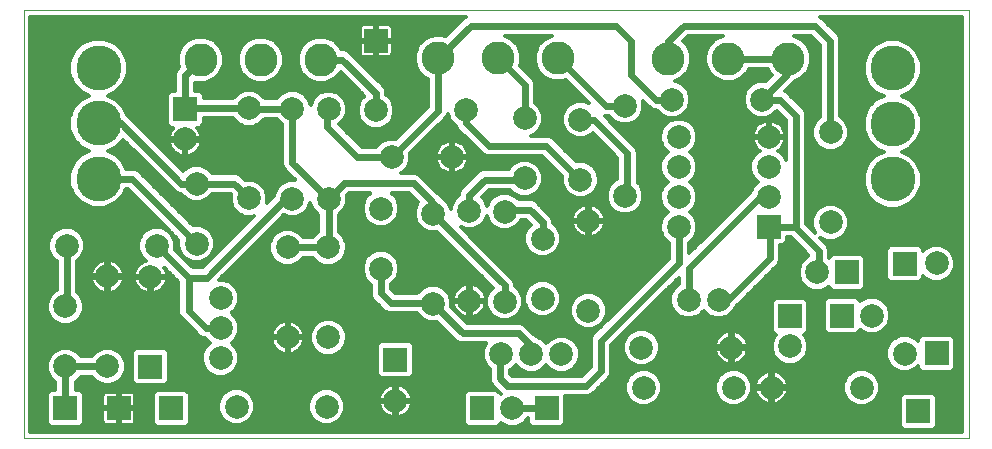
<source format=gbl>
G75*
%MOIN*%
%OFA0B0*%
%FSLAX25Y25*%
%IPPOS*%
%LPD*%
%AMOC8*
5,1,8,0,0,1.08239X$1,22.5*
%
%ADD10C,0.00000*%
%ADD11R,0.07874X0.07874*%
%ADD12C,0.07874*%
%ADD13C,0.11000*%
%ADD14C,0.15024*%
%ADD15C,0.02400*%
%ADD16C,0.01200*%
D10*
X0001600Y0001600D02*
X0001600Y0144317D01*
X0316600Y0144317D01*
X0316600Y0001600D01*
X0001600Y0001600D01*
D11*
X0015537Y0011600D03*
X0033352Y0011600D03*
X0050793Y0011600D03*
X0043883Y0025419D03*
X0125537Y0027860D03*
X0154474Y0011600D03*
X0175911Y0011600D03*
X0257072Y0042309D03*
X0274395Y0042466D03*
X0276049Y0056876D03*
X0295301Y0059789D03*
X0250025Y0072033D03*
X0305891Y0029868D03*
X0299868Y0010616D03*
X0055458Y0111206D03*
X0119100Y0134100D03*
D12*
X0119080Y0110931D03*
X0103254Y0111364D03*
X0091128Y0111521D03*
X0076718Y0111600D03*
X0055458Y0101206D03*
X0059317Y0086521D03*
X0076718Y0081600D03*
X0091128Y0081521D03*
X0103254Y0081364D03*
X0120694Y0078096D03*
X0138057Y0076521D03*
X0150183Y0077466D03*
X0161994Y0077191D03*
X0174631Y0068135D03*
X0189868Y0074120D03*
X0202072Y0082387D03*
X0187112Y0087781D03*
X0168647Y0088214D03*
X0144395Y0095380D03*
X0124395Y0095380D03*
X0149080Y0110931D03*
X0168647Y0108214D03*
X0187112Y0107781D03*
X0202072Y0112387D03*
X0217742Y0114513D03*
X0220025Y0102033D03*
X0220025Y0092033D03*
X0220025Y0082033D03*
X0220025Y0072033D03*
X0250025Y0082033D03*
X0250025Y0092033D03*
X0250025Y0102033D03*
X0270576Y0103608D03*
X0247742Y0114513D03*
X0270576Y0073608D03*
X0305891Y0059868D03*
X0284395Y0042466D03*
X0295301Y0029789D03*
X0280931Y0018490D03*
X0250931Y0018490D03*
X0238332Y0018450D03*
X0237506Y0031836D03*
X0257072Y0032309D03*
X0233313Y0047702D03*
X0223313Y0047702D03*
X0189868Y0044120D03*
X0174631Y0048135D03*
X0161994Y0047191D03*
X0150183Y0047466D03*
X0138057Y0046521D03*
X0120694Y0058096D03*
X0103096Y0065261D03*
X0089631Y0065261D03*
X0059317Y0066521D03*
X0046009Y0065773D03*
X0029553Y0055537D03*
X0043883Y0055419D03*
X0067269Y0048332D03*
X0067269Y0038332D03*
X0067269Y0028332D03*
X0089631Y0035261D03*
X0103096Y0035261D03*
X0125537Y0014080D03*
X0102633Y0012102D03*
X0072633Y0012102D03*
X0029553Y0025537D03*
X0015537Y0025537D03*
X0015537Y0045537D03*
X0016009Y0065773D03*
X0160793Y0029651D03*
X0170793Y0029651D03*
X0180793Y0029651D03*
X0207506Y0031836D03*
X0208332Y0018450D03*
X0164474Y0011600D03*
X0266049Y0056876D03*
D13*
X0256521Y0128096D03*
X0236521Y0128096D03*
X0216521Y0128096D03*
X0179750Y0128254D03*
X0159750Y0128254D03*
X0139750Y0128254D03*
X0100655Y0127742D03*
X0080655Y0127742D03*
X0060655Y0127742D03*
D14*
X0026600Y0125100D03*
X0026600Y0106600D03*
X0026600Y0088100D03*
X0291285Y0087883D03*
X0291285Y0106383D03*
X0291285Y0124883D03*
D15*
X0270350Y0134100D02*
X0270350Y0103834D01*
X0270576Y0103608D01*
X0259100Y0109100D02*
X0259100Y0072466D01*
X0258667Y0072033D01*
X0266600Y0064100D01*
X0266600Y0057427D01*
X0266049Y0056876D01*
X0250350Y0061600D02*
X0250350Y0071708D01*
X0250025Y0072033D01*
X0258667Y0072033D01*
X0249592Y0081600D02*
X0246600Y0081600D01*
X0223313Y0058313D01*
X0223313Y0047702D01*
X0233313Y0047702D02*
X0236452Y0047702D01*
X0250350Y0061600D01*
X0220025Y0060025D02*
X0194100Y0034100D01*
X0194100Y0024100D01*
X0189100Y0019100D01*
X0162850Y0019100D01*
X0160350Y0021600D01*
X0160350Y0029208D01*
X0160793Y0029651D01*
X0166600Y0036600D02*
X0170793Y0032407D01*
X0170793Y0029651D01*
X0166600Y0036600D02*
X0147978Y0036600D01*
X0138057Y0046521D01*
X0137978Y0046600D01*
X0124100Y0046600D01*
X0120694Y0050006D01*
X0120694Y0058096D01*
X0103254Y0065419D02*
X0103096Y0065261D01*
X0089631Y0065261D01*
X0103254Y0065419D02*
X0103254Y0081364D01*
X0108490Y0086600D01*
X0131600Y0086600D01*
X0138057Y0080143D01*
X0138057Y0076521D01*
X0161994Y0052584D01*
X0161994Y0047191D01*
X0174631Y0068135D02*
X0174631Y0073569D01*
X0170350Y0077850D01*
X0162653Y0077850D01*
X0161994Y0077191D01*
X0150183Y0077466D02*
X0150183Y0082683D01*
X0155350Y0087850D01*
X0168283Y0087850D01*
X0168647Y0088214D01*
X0175793Y0099100D02*
X0187112Y0087781D01*
X0202072Y0082387D02*
X0202850Y0083165D01*
X0202850Y0096600D01*
X0191669Y0107781D01*
X0187112Y0107781D01*
X0195616Y0112387D02*
X0179750Y0128254D01*
X0168647Y0119356D02*
X0159750Y0128254D01*
X0168647Y0119356D02*
X0168647Y0108214D01*
X0156600Y0099100D02*
X0149100Y0106600D01*
X0149100Y0110911D01*
X0149080Y0110931D01*
X0139750Y0110734D02*
X0139750Y0128254D01*
X0150596Y0139100D01*
X0199100Y0139100D01*
X0204100Y0134100D01*
X0204100Y0122850D01*
X0212437Y0114513D01*
X0217742Y0114513D01*
X0202072Y0112387D02*
X0195616Y0112387D01*
X0175793Y0099100D02*
X0156600Y0099100D01*
X0139750Y0110734D02*
X0124395Y0095380D01*
X0112820Y0095380D01*
X0102850Y0105350D01*
X0102850Y0110960D01*
X0103254Y0111364D01*
X0091128Y0111521D02*
X0091128Y0093490D01*
X0103254Y0081364D01*
X0091128Y0081521D02*
X0091049Y0081600D01*
X0089100Y0081600D01*
X0062683Y0055183D01*
X0056600Y0055183D01*
X0046009Y0065773D01*
X0059317Y0066521D02*
X0037738Y0088100D01*
X0026600Y0088100D01*
X0034100Y0106600D02*
X0054179Y0086521D01*
X0059317Y0086521D01*
X0071797Y0086521D01*
X0076718Y0081600D01*
X0056600Y0055183D02*
X0056600Y0044100D01*
X0062368Y0038332D01*
X0067269Y0038332D01*
X0029553Y0025537D02*
X0015537Y0025537D01*
X0015537Y0011600D01*
X0015537Y0045537D02*
X0016009Y0045537D01*
X0016009Y0065773D01*
X0026600Y0106600D02*
X0034100Y0106600D01*
X0055458Y0111206D02*
X0055458Y0122545D01*
X0060655Y0127742D01*
X0055852Y0111600D02*
X0076718Y0111600D01*
X0076797Y0111521D01*
X0091128Y0111521D01*
X0107850Y0127850D02*
X0119080Y0116620D01*
X0119080Y0110931D01*
X0107850Y0127850D02*
X0100763Y0127850D01*
X0100655Y0127742D01*
X0055852Y0111600D02*
X0055458Y0111206D01*
X0216521Y0128096D02*
X0216521Y0134021D01*
X0221600Y0139100D01*
X0265350Y0139100D01*
X0270350Y0134100D01*
X0256521Y0128096D02*
X0256521Y0123293D01*
X0247742Y0114513D01*
X0253687Y0114513D01*
X0259100Y0109100D01*
X0256521Y0128096D02*
X0236521Y0128096D01*
X0250025Y0082033D02*
X0249592Y0081600D01*
X0220025Y0072033D02*
X0220025Y0060025D01*
X0175911Y0011600D02*
X0164474Y0011600D01*
D16*
X0169146Y0007593D02*
X0169774Y0007593D01*
X0169677Y0008124D02*
X0169708Y0008200D01*
X0169774Y0008200D01*
X0169774Y0006752D01*
X0171063Y0005463D01*
X0180759Y0005463D01*
X0182048Y0006752D01*
X0182048Y0015700D01*
X0189776Y0015700D01*
X0191026Y0016218D01*
X0191982Y0017174D01*
X0196982Y0022174D01*
X0197500Y0023424D01*
X0197500Y0032692D01*
X0219913Y0055104D01*
X0219913Y0052937D01*
X0219836Y0052905D01*
X0218110Y0051179D01*
X0217176Y0048923D01*
X0217176Y0046482D01*
X0218110Y0044226D01*
X0219836Y0042500D01*
X0222092Y0041565D01*
X0224533Y0041565D01*
X0226789Y0042500D01*
X0228313Y0044023D01*
X0229836Y0042500D01*
X0232092Y0041565D01*
X0234533Y0041565D01*
X0236789Y0042500D01*
X0238515Y0044226D01*
X0239032Y0045474D01*
X0252276Y0058718D01*
X0253232Y0059674D01*
X0253750Y0060924D01*
X0253750Y0065896D01*
X0254873Y0065896D01*
X0256162Y0067185D01*
X0256162Y0068633D01*
X0257259Y0068633D01*
X0263200Y0062692D01*
X0263200Y0062338D01*
X0262572Y0062078D01*
X0260846Y0060352D01*
X0259912Y0058096D01*
X0259912Y0055655D01*
X0260846Y0053399D01*
X0262572Y0051673D01*
X0264828Y0050739D01*
X0267270Y0050739D01*
X0271200Y0050739D01*
X0271201Y0050739D02*
X0280897Y0050739D01*
X0282186Y0052027D01*
X0282186Y0061724D01*
X0280897Y0063013D01*
X0271201Y0063013D01*
X0270000Y0061812D01*
X0270000Y0064776D01*
X0269482Y0066026D01*
X0268526Y0066982D01*
X0267105Y0068403D01*
X0269356Y0067471D01*
X0271797Y0067471D01*
X0274053Y0068405D01*
X0275779Y0070132D01*
X0276713Y0072387D01*
X0276713Y0074829D01*
X0275779Y0077084D01*
X0274053Y0078811D01*
X0271797Y0079745D01*
X0269356Y0079745D01*
X0267100Y0078811D01*
X0265374Y0077084D01*
X0264439Y0074829D01*
X0264439Y0072387D01*
X0265371Y0070137D01*
X0262500Y0073008D01*
X0262500Y0109776D01*
X0261982Y0111026D01*
X0261026Y0111982D01*
X0255613Y0117396D01*
X0255485Y0117449D01*
X0258701Y0120665D01*
X0260883Y0121568D01*
X0263049Y0123734D01*
X0264221Y0126564D01*
X0264221Y0129628D01*
X0263049Y0132458D01*
X0260883Y0134624D01*
X0258285Y0135700D01*
X0263942Y0135700D01*
X0266950Y0132692D01*
X0266950Y0108661D01*
X0265374Y0107084D01*
X0264439Y0104829D01*
X0264439Y0102387D01*
X0265374Y0100132D01*
X0267100Y0098405D01*
X0269356Y0097471D01*
X0271797Y0097471D01*
X0274053Y0098405D01*
X0275779Y0100132D01*
X0276713Y0102387D01*
X0276713Y0104829D01*
X0275779Y0107084D01*
X0274053Y0108811D01*
X0273750Y0108936D01*
X0273750Y0134776D01*
X0273232Y0136026D01*
X0272276Y0136982D01*
X0267276Y0141982D01*
X0266952Y0142117D01*
X0314400Y0142117D01*
X0314400Y0003800D01*
X0003800Y0003800D01*
X0003800Y0142117D01*
X0148994Y0142117D01*
X0148670Y0141982D01*
X0142243Y0135555D01*
X0141281Y0135954D01*
X0138218Y0135954D01*
X0135388Y0134781D01*
X0133222Y0132615D01*
X0132050Y0129785D01*
X0132050Y0126722D01*
X0133222Y0123892D01*
X0135388Y0121726D01*
X0136350Y0121327D01*
X0136350Y0112142D01*
X0125692Y0101485D01*
X0125616Y0101517D01*
X0123175Y0101517D01*
X0120919Y0100582D01*
X0119193Y0098856D01*
X0119161Y0098780D01*
X0114229Y0098780D01*
X0106789Y0106220D01*
X0108456Y0107887D01*
X0109391Y0110143D01*
X0109391Y0112584D01*
X0108456Y0114840D01*
X0106730Y0116566D01*
X0104474Y0117501D01*
X0102033Y0117501D01*
X0099777Y0116566D01*
X0098051Y0114840D01*
X0097223Y0112842D01*
X0096330Y0114998D01*
X0094604Y0116724D01*
X0092348Y0117658D01*
X0089907Y0117658D01*
X0087651Y0116724D01*
X0085925Y0114998D01*
X0085893Y0114921D01*
X0081985Y0114921D01*
X0081921Y0115076D01*
X0080194Y0116803D01*
X0077939Y0117737D01*
X0075497Y0117737D01*
X0073242Y0116803D01*
X0071515Y0115076D01*
X0071484Y0115000D01*
X0061595Y0115000D01*
X0061595Y0116055D01*
X0060307Y0117343D01*
X0058858Y0117343D01*
X0058858Y0120152D01*
X0059123Y0120042D01*
X0062187Y0120042D01*
X0065017Y0121214D01*
X0067183Y0123380D01*
X0068355Y0126210D01*
X0068355Y0129273D01*
X0067183Y0132103D01*
X0065017Y0134269D01*
X0062187Y0135442D01*
X0059123Y0135442D01*
X0056293Y0134269D01*
X0054127Y0132103D01*
X0052955Y0129273D01*
X0052955Y0126210D01*
X0053353Y0125248D01*
X0052576Y0124471D01*
X0052058Y0123221D01*
X0052058Y0117343D01*
X0050610Y0117343D01*
X0049321Y0116055D01*
X0049321Y0106358D01*
X0050610Y0105069D01*
X0051491Y0105069D01*
X0051235Y0104813D01*
X0050723Y0104108D01*
X0050327Y0103332D01*
X0050058Y0102503D01*
X0049921Y0101642D01*
X0049921Y0101591D01*
X0055074Y0101591D01*
X0055074Y0100822D01*
X0055843Y0100822D01*
X0055843Y0101591D01*
X0060995Y0101591D01*
X0060995Y0101642D01*
X0060859Y0102503D01*
X0060590Y0103332D01*
X0060194Y0104108D01*
X0059682Y0104813D01*
X0059426Y0105069D01*
X0060307Y0105069D01*
X0061595Y0106358D01*
X0061595Y0108200D01*
X0071484Y0108200D01*
X0071515Y0108124D01*
X0073242Y0106397D01*
X0075497Y0105463D01*
X0077939Y0105463D01*
X0080194Y0106397D01*
X0081918Y0108121D01*
X0085893Y0108121D01*
X0085925Y0108045D01*
X0087651Y0106319D01*
X0087728Y0106287D01*
X0087728Y0092813D01*
X0088245Y0091564D01*
X0089202Y0090607D01*
X0092151Y0087658D01*
X0089907Y0087658D01*
X0087651Y0086724D01*
X0085925Y0084998D01*
X0084991Y0082742D01*
X0084991Y0082299D01*
X0082702Y0080011D01*
X0082855Y0080379D01*
X0082855Y0082821D01*
X0081921Y0085076D01*
X0080194Y0086803D01*
X0077939Y0087737D01*
X0075497Y0087737D01*
X0075421Y0087705D01*
X0074679Y0088447D01*
X0073723Y0089404D01*
X0072473Y0089921D01*
X0064551Y0089921D01*
X0064519Y0089998D01*
X0062793Y0091724D01*
X0060537Y0092658D01*
X0058096Y0092658D01*
X0055840Y0091724D01*
X0054812Y0090696D01*
X0036982Y0108526D01*
X0036026Y0109482D01*
X0035896Y0109536D01*
X0034833Y0112101D01*
X0032101Y0114833D01*
X0029647Y0115850D01*
X0032101Y0116867D01*
X0034833Y0119599D01*
X0036312Y0123168D01*
X0036312Y0127032D01*
X0034833Y0130601D01*
X0032101Y0133333D01*
X0028532Y0134812D01*
X0024668Y0134812D01*
X0021099Y0133333D01*
X0018367Y0130601D01*
X0016888Y0127032D01*
X0016888Y0123168D01*
X0018367Y0119599D01*
X0021099Y0116867D01*
X0023553Y0115850D01*
X0021099Y0114833D01*
X0018367Y0112101D01*
X0016888Y0108532D01*
X0016888Y0104668D01*
X0018367Y0101099D01*
X0021099Y0098367D01*
X0023553Y0097350D01*
X0021099Y0096333D01*
X0018367Y0093601D01*
X0016888Y0090032D01*
X0016888Y0086168D01*
X0018367Y0082599D01*
X0021099Y0079867D01*
X0024668Y0078388D01*
X0028532Y0078388D01*
X0032101Y0079867D01*
X0034833Y0082599D01*
X0035704Y0084700D01*
X0036329Y0084700D01*
X0053211Y0067818D01*
X0053180Y0067742D01*
X0053180Y0065301D01*
X0054114Y0063045D01*
X0055840Y0061319D01*
X0058096Y0060384D01*
X0060537Y0060384D01*
X0062793Y0061319D01*
X0064519Y0063045D01*
X0065454Y0065301D01*
X0065454Y0067742D01*
X0064519Y0069998D01*
X0062793Y0071724D01*
X0060537Y0072658D01*
X0058096Y0072658D01*
X0058019Y0072627D01*
X0039664Y0090982D01*
X0038414Y0091500D01*
X0035704Y0091500D01*
X0034833Y0093601D01*
X0032101Y0096333D01*
X0029647Y0097350D01*
X0032101Y0098367D01*
X0034813Y0101079D01*
X0052253Y0083639D01*
X0053502Y0083121D01*
X0054082Y0083121D01*
X0054114Y0083045D01*
X0055840Y0081319D01*
X0058096Y0080384D01*
X0060537Y0080384D01*
X0062793Y0081319D01*
X0064519Y0083045D01*
X0064551Y0083121D01*
X0070389Y0083121D01*
X0070613Y0082897D01*
X0070581Y0082821D01*
X0070581Y0080379D01*
X0071515Y0078124D01*
X0073242Y0076397D01*
X0075497Y0075463D01*
X0077939Y0075463D01*
X0078307Y0075616D01*
X0061274Y0058583D01*
X0058008Y0058583D01*
X0052115Y0064476D01*
X0052146Y0064552D01*
X0052146Y0066994D01*
X0051212Y0069250D01*
X0049486Y0070976D01*
X0047230Y0071910D01*
X0044789Y0071910D01*
X0042533Y0070976D01*
X0040807Y0069250D01*
X0039872Y0066994D01*
X0039872Y0064552D01*
X0040807Y0062297D01*
X0042358Y0060745D01*
X0041758Y0060550D01*
X0040981Y0060155D01*
X0040276Y0059642D01*
X0039660Y0059026D01*
X0039148Y0058321D01*
X0038752Y0057544D01*
X0038483Y0056715D01*
X0038346Y0055855D01*
X0038346Y0055803D01*
X0043499Y0055803D01*
X0043499Y0055035D01*
X0038346Y0055035D01*
X0038346Y0054983D01*
X0038483Y0054122D01*
X0038752Y0053293D01*
X0039148Y0052517D01*
X0039660Y0051812D01*
X0040276Y0051195D01*
X0040981Y0050683D01*
X0041758Y0050288D01*
X0042587Y0050018D01*
X0043448Y0049882D01*
X0043499Y0049882D01*
X0043499Y0055035D01*
X0044268Y0055035D01*
X0044268Y0055803D01*
X0049420Y0055803D01*
X0049420Y0055855D01*
X0049284Y0056715D01*
X0049015Y0057544D01*
X0048619Y0058321D01*
X0048528Y0058446D01*
X0053200Y0053774D01*
X0053200Y0043424D01*
X0053718Y0042174D01*
X0054674Y0041218D01*
X0060442Y0035450D01*
X0061691Y0034932D01*
X0062035Y0034932D01*
X0062067Y0034856D01*
X0063590Y0033332D01*
X0062067Y0031809D01*
X0061132Y0029553D01*
X0061132Y0027112D01*
X0062067Y0024856D01*
X0063793Y0023130D01*
X0066049Y0022195D01*
X0068490Y0022195D01*
X0070746Y0023130D01*
X0072472Y0024856D01*
X0073406Y0027112D01*
X0073406Y0029553D01*
X0072472Y0031809D01*
X0070948Y0033332D01*
X0072472Y0034856D01*
X0073406Y0037112D01*
X0073406Y0039553D01*
X0072472Y0041809D01*
X0070948Y0043332D01*
X0072472Y0044856D01*
X0073406Y0047112D01*
X0073406Y0049553D01*
X0072472Y0051809D01*
X0070746Y0053535D01*
X0068490Y0054469D01*
X0066778Y0054469D01*
X0088341Y0076033D01*
X0089907Y0075384D01*
X0092348Y0075384D01*
X0094604Y0076319D01*
X0096330Y0078045D01*
X0097158Y0080043D01*
X0098051Y0077887D01*
X0099777Y0076161D01*
X0099854Y0076129D01*
X0099854Y0070561D01*
X0099620Y0070464D01*
X0097893Y0068738D01*
X0097862Y0068661D01*
X0094866Y0068661D01*
X0094834Y0068738D01*
X0093108Y0070464D01*
X0090852Y0071398D01*
X0088411Y0071398D01*
X0086155Y0070464D01*
X0084429Y0068738D01*
X0083494Y0066482D01*
X0083494Y0064041D01*
X0084429Y0061785D01*
X0086155Y0060059D01*
X0088411Y0059124D01*
X0090852Y0059124D01*
X0093108Y0060059D01*
X0094834Y0061785D01*
X0094866Y0061861D01*
X0097862Y0061861D01*
X0097893Y0061785D01*
X0099620Y0060059D01*
X0101875Y0059124D01*
X0104317Y0059124D01*
X0106572Y0060059D01*
X0108299Y0061785D01*
X0109233Y0064041D01*
X0109233Y0066482D01*
X0108299Y0068738D01*
X0106654Y0070383D01*
X0106654Y0076129D01*
X0106730Y0076161D01*
X0108456Y0077887D01*
X0109391Y0080143D01*
X0109391Y0082584D01*
X0109359Y0082661D01*
X0109898Y0083200D01*
X0117119Y0083200D01*
X0115492Y0081572D01*
X0114557Y0079317D01*
X0114557Y0076875D01*
X0115492Y0074620D01*
X0117218Y0072893D01*
X0119474Y0071959D01*
X0121915Y0071959D01*
X0124171Y0072893D01*
X0125897Y0074620D01*
X0126831Y0076875D01*
X0126831Y0079317D01*
X0125897Y0081572D01*
X0124270Y0083200D01*
X0130192Y0083200D01*
X0133124Y0080268D01*
X0132854Y0079998D01*
X0131920Y0077742D01*
X0131920Y0075301D01*
X0132854Y0073045D01*
X0134580Y0071319D01*
X0136836Y0070384D01*
X0139277Y0070384D01*
X0139354Y0070416D01*
X0157947Y0051823D01*
X0156791Y0050667D01*
X0155857Y0048411D01*
X0155857Y0045970D01*
X0156791Y0043714D01*
X0158517Y0041988D01*
X0160773Y0041054D01*
X0163214Y0041054D01*
X0165470Y0041988D01*
X0167196Y0043714D01*
X0168131Y0045970D01*
X0168131Y0048411D01*
X0167196Y0050667D01*
X0165470Y0052393D01*
X0165394Y0052425D01*
X0165394Y0053261D01*
X0164876Y0054510D01*
X0147417Y0071969D01*
X0148962Y0071329D01*
X0151403Y0071329D01*
X0153659Y0072263D01*
X0155385Y0073990D01*
X0156031Y0075549D01*
X0156791Y0073714D01*
X0158517Y0071988D01*
X0160773Y0071054D01*
X0163214Y0071054D01*
X0165470Y0071988D01*
X0167196Y0073714D01*
X0167501Y0074450D01*
X0168942Y0074450D01*
X0170604Y0072787D01*
X0169429Y0071612D01*
X0168494Y0069356D01*
X0168494Y0066915D01*
X0169429Y0064659D01*
X0171155Y0062933D01*
X0173411Y0061998D01*
X0175852Y0061998D01*
X0178108Y0062933D01*
X0179834Y0064659D01*
X0180768Y0066915D01*
X0180768Y0069356D01*
X0179834Y0071612D01*
X0178108Y0073338D01*
X0178031Y0073370D01*
X0178031Y0074245D01*
X0177514Y0075494D01*
X0173232Y0079776D01*
X0172276Y0080732D01*
X0171026Y0081250D01*
X0166613Y0081250D01*
X0165470Y0082393D01*
X0163214Y0083328D01*
X0160773Y0083328D01*
X0158517Y0082393D01*
X0156791Y0080667D01*
X0156145Y0079108D01*
X0155385Y0080942D01*
X0154318Y0082010D01*
X0156758Y0084450D01*
X0163732Y0084450D01*
X0165171Y0083011D01*
X0167427Y0082077D01*
X0169868Y0082077D01*
X0172124Y0083011D01*
X0173850Y0084738D01*
X0174784Y0086993D01*
X0174784Y0089435D01*
X0173850Y0091691D01*
X0172124Y0093417D01*
X0169868Y0094351D01*
X0167427Y0094351D01*
X0165171Y0093417D01*
X0163445Y0091691D01*
X0163262Y0091250D01*
X0154674Y0091250D01*
X0153424Y0090732D01*
X0152468Y0089776D01*
X0147300Y0084609D01*
X0146783Y0083359D01*
X0146783Y0082700D01*
X0146706Y0082669D01*
X0144980Y0080942D01*
X0144046Y0078687D01*
X0144046Y0078099D01*
X0143259Y0079998D01*
X0141533Y0081724D01*
X0140989Y0081949D01*
X0140939Y0082069D01*
X0134482Y0088526D01*
X0133526Y0089482D01*
X0132276Y0090000D01*
X0127445Y0090000D01*
X0127872Y0090177D01*
X0129598Y0091903D01*
X0130532Y0094159D01*
X0130532Y0096600D01*
X0130501Y0096677D01*
X0141676Y0107851D01*
X0142632Y0108808D01*
X0142974Y0109635D01*
X0143878Y0107454D01*
X0145604Y0105728D01*
X0145818Y0105639D01*
X0146218Y0104674D01*
X0147174Y0103718D01*
X0154674Y0096218D01*
X0155924Y0095700D01*
X0174385Y0095700D01*
X0181006Y0089078D01*
X0180975Y0089002D01*
X0180975Y0086560D01*
X0181909Y0084305D01*
X0183635Y0082578D01*
X0185891Y0081644D01*
X0188333Y0081644D01*
X0190588Y0082578D01*
X0192315Y0084305D01*
X0193249Y0086560D01*
X0193249Y0089002D01*
X0192315Y0091257D01*
X0190588Y0092984D01*
X0188333Y0093918D01*
X0185891Y0093918D01*
X0185815Y0093886D01*
X0178675Y0101026D01*
X0177719Y0101982D01*
X0176469Y0102500D01*
X0170889Y0102500D01*
X0172124Y0103011D01*
X0173850Y0104738D01*
X0174784Y0106993D01*
X0174784Y0109435D01*
X0173850Y0111691D01*
X0172124Y0113417D01*
X0172047Y0113448D01*
X0172047Y0120032D01*
X0171530Y0121282D01*
X0167051Y0125760D01*
X0167450Y0126722D01*
X0167450Y0129785D01*
X0166277Y0132615D01*
X0164111Y0134781D01*
X0161893Y0135700D01*
X0177606Y0135700D01*
X0175388Y0134781D01*
X0173222Y0132615D01*
X0172050Y0129785D01*
X0172050Y0126722D01*
X0173222Y0123892D01*
X0175388Y0121726D01*
X0178218Y0120554D01*
X0181281Y0120554D01*
X0182243Y0120952D01*
X0189944Y0113250D01*
X0188333Y0113918D01*
X0185891Y0113918D01*
X0183635Y0112984D01*
X0181909Y0111257D01*
X0180975Y0109002D01*
X0180975Y0106560D01*
X0181909Y0104305D01*
X0183635Y0102578D01*
X0185891Y0101644D01*
X0188333Y0101644D01*
X0190588Y0102578D01*
X0191326Y0103316D01*
X0199450Y0095192D01*
X0199450Y0087944D01*
X0198596Y0087590D01*
X0196870Y0085864D01*
X0195935Y0083608D01*
X0195935Y0081167D01*
X0196870Y0078911D01*
X0198596Y0077185D01*
X0200852Y0076250D01*
X0203293Y0076250D01*
X0205549Y0077185D01*
X0207275Y0078911D01*
X0208209Y0081167D01*
X0208209Y0083608D01*
X0207275Y0085864D01*
X0206250Y0086889D01*
X0206250Y0097276D01*
X0205732Y0098526D01*
X0204776Y0099482D01*
X0195271Y0108987D01*
X0196838Y0108987D01*
X0196870Y0108911D01*
X0198596Y0107185D01*
X0200852Y0106250D01*
X0203293Y0106250D01*
X0205549Y0107185D01*
X0207275Y0108911D01*
X0208209Y0111167D01*
X0208209Y0113608D01*
X0207980Y0114161D01*
X0209554Y0112587D01*
X0210511Y0111631D01*
X0211760Y0111113D01*
X0212507Y0111113D01*
X0212539Y0111037D01*
X0214265Y0109311D01*
X0216521Y0108376D01*
X0218962Y0108376D01*
X0221218Y0109311D01*
X0222944Y0111037D01*
X0223879Y0113293D01*
X0223879Y0115734D01*
X0222944Y0117990D01*
X0221218Y0119716D01*
X0218962Y0120650D01*
X0218667Y0120650D01*
X0220883Y0121568D01*
X0223049Y0123734D01*
X0224221Y0126564D01*
X0224221Y0129628D01*
X0223049Y0132458D01*
X0221408Y0134099D01*
X0223008Y0135700D01*
X0234758Y0135700D01*
X0232160Y0134624D01*
X0229994Y0132458D01*
X0228821Y0129628D01*
X0228821Y0126564D01*
X0229994Y0123734D01*
X0232160Y0121568D01*
X0234990Y0120396D01*
X0238053Y0120396D01*
X0240883Y0121568D01*
X0243049Y0123734D01*
X0243447Y0124696D01*
X0249595Y0124696D01*
X0249994Y0123734D01*
X0251074Y0122654D01*
X0249039Y0120619D01*
X0248962Y0120650D01*
X0246521Y0120650D01*
X0244265Y0119716D01*
X0242539Y0117990D01*
X0241605Y0115734D01*
X0241605Y0113293D01*
X0242539Y0111037D01*
X0244265Y0109311D01*
X0246521Y0108376D01*
X0248962Y0108376D01*
X0251218Y0109311D01*
X0252650Y0110742D01*
X0255700Y0107692D01*
X0255700Y0094370D01*
X0255228Y0095509D01*
X0253502Y0097236D01*
X0253082Y0097410D01*
X0253632Y0097810D01*
X0254249Y0098426D01*
X0254761Y0099131D01*
X0255157Y0099908D01*
X0255426Y0100736D01*
X0255562Y0101597D01*
X0255562Y0101649D01*
X0250410Y0101649D01*
X0250410Y0102417D01*
X0255562Y0102417D01*
X0255562Y0102469D01*
X0255426Y0103330D01*
X0255157Y0104159D01*
X0254761Y0104935D01*
X0254249Y0105640D01*
X0253632Y0106256D01*
X0252927Y0106769D01*
X0252151Y0107164D01*
X0251322Y0107434D01*
X0250461Y0107570D01*
X0250409Y0107570D01*
X0250409Y0102417D01*
X0249641Y0102417D01*
X0249641Y0101649D01*
X0244488Y0101649D01*
X0244488Y0101597D01*
X0244625Y0100736D01*
X0244894Y0099908D01*
X0245290Y0099131D01*
X0245802Y0098426D01*
X0246418Y0097810D01*
X0246969Y0097410D01*
X0246549Y0097236D01*
X0244822Y0095509D01*
X0243888Y0093254D01*
X0243888Y0090812D01*
X0244822Y0088557D01*
X0246346Y0087033D01*
X0244822Y0085509D01*
X0244201Y0084010D01*
X0243718Y0083526D01*
X0223425Y0063233D01*
X0223425Y0066799D01*
X0223502Y0066830D01*
X0225228Y0068557D01*
X0226162Y0070812D01*
X0226162Y0073254D01*
X0225228Y0075509D01*
X0223704Y0077033D01*
X0225228Y0078557D01*
X0226162Y0080812D01*
X0226162Y0083254D01*
X0225228Y0085509D01*
X0223704Y0087033D01*
X0225228Y0088557D01*
X0226162Y0090812D01*
X0226162Y0093254D01*
X0225228Y0095509D01*
X0223704Y0097033D01*
X0225228Y0098557D01*
X0226162Y0100812D01*
X0226162Y0103254D01*
X0225228Y0105509D01*
X0223502Y0107236D01*
X0221246Y0108170D01*
X0218804Y0108170D01*
X0216549Y0107236D01*
X0214822Y0105509D01*
X0213888Y0103254D01*
X0213888Y0100812D01*
X0214822Y0098557D01*
X0216346Y0097033D01*
X0214822Y0095509D01*
X0213888Y0093254D01*
X0213888Y0090812D01*
X0214822Y0088557D01*
X0216346Y0087033D01*
X0214822Y0085509D01*
X0213888Y0083254D01*
X0213888Y0080812D01*
X0214822Y0078557D01*
X0216346Y0077033D01*
X0214822Y0075509D01*
X0213888Y0073254D01*
X0213888Y0070812D01*
X0214822Y0068557D01*
X0216549Y0066830D01*
X0216625Y0066799D01*
X0216625Y0061434D01*
X0192174Y0036982D01*
X0191218Y0036026D01*
X0190700Y0034776D01*
X0190700Y0025508D01*
X0187692Y0022500D01*
X0164258Y0022500D01*
X0163750Y0023008D01*
X0163750Y0024233D01*
X0164269Y0024448D01*
X0165793Y0025972D01*
X0167317Y0024448D01*
X0169572Y0023514D01*
X0172014Y0023514D01*
X0174269Y0024448D01*
X0175793Y0025972D01*
X0177317Y0024448D01*
X0179572Y0023514D01*
X0182014Y0023514D01*
X0184269Y0024448D01*
X0185996Y0026175D01*
X0186930Y0028430D01*
X0186930Y0030872D01*
X0185996Y0033128D01*
X0184269Y0034854D01*
X0182014Y0035788D01*
X0179572Y0035788D01*
X0177317Y0034854D01*
X0175793Y0033330D01*
X0174269Y0034854D01*
X0172366Y0035642D01*
X0169482Y0038526D01*
X0168526Y0039482D01*
X0167276Y0040000D01*
X0149386Y0040000D01*
X0144162Y0045224D01*
X0144194Y0045301D01*
X0144194Y0047742D01*
X0143259Y0049998D01*
X0141533Y0051724D01*
X0139277Y0052658D01*
X0136836Y0052658D01*
X0134580Y0051724D01*
X0132856Y0050000D01*
X0125508Y0050000D01*
X0124094Y0051414D01*
X0124094Y0052862D01*
X0124171Y0052893D01*
X0125897Y0054620D01*
X0126831Y0056875D01*
X0126831Y0059317D01*
X0125897Y0061572D01*
X0124171Y0063299D01*
X0121915Y0064233D01*
X0119474Y0064233D01*
X0117218Y0063299D01*
X0115492Y0061572D01*
X0114557Y0059317D01*
X0114557Y0056875D01*
X0115492Y0054620D01*
X0117218Y0052893D01*
X0117294Y0052862D01*
X0117294Y0049329D01*
X0117812Y0048080D01*
X0121218Y0044674D01*
X0122174Y0043718D01*
X0123424Y0043200D01*
X0132790Y0043200D01*
X0132854Y0043045D01*
X0134580Y0041319D01*
X0136836Y0040384D01*
X0139277Y0040384D01*
X0139354Y0040416D01*
X0146052Y0033718D01*
X0147302Y0033200D01*
X0155663Y0033200D01*
X0155590Y0033128D01*
X0154656Y0030872D01*
X0154656Y0028430D01*
X0155590Y0026175D01*
X0156950Y0024815D01*
X0156950Y0020924D01*
X0157468Y0019674D01*
X0160668Y0016473D01*
X0160611Y0016416D01*
X0160611Y0016448D01*
X0159322Y0017737D01*
X0149626Y0017737D01*
X0148337Y0016448D01*
X0148337Y0006752D01*
X0149626Y0005463D01*
X0159322Y0005463D01*
X0160611Y0006752D01*
X0160611Y0006784D01*
X0160998Y0006397D01*
X0163253Y0005463D01*
X0165695Y0005463D01*
X0167950Y0006397D01*
X0169677Y0008124D01*
X0170132Y0006394D02*
X0167942Y0006394D01*
X0161006Y0006394D02*
X0160253Y0006394D01*
X0148695Y0006394D02*
X0104890Y0006394D01*
X0103854Y0005965D02*
X0106110Y0006899D01*
X0107836Y0008626D01*
X0108770Y0010881D01*
X0108770Y0013323D01*
X0107836Y0015578D01*
X0106110Y0017305D01*
X0103854Y0018239D01*
X0101413Y0018239D01*
X0099157Y0017305D01*
X0097431Y0015578D01*
X0096496Y0013323D01*
X0096496Y0010881D01*
X0097431Y0008626D01*
X0099157Y0006899D01*
X0101413Y0005965D01*
X0103854Y0005965D01*
X0106803Y0007593D02*
X0148337Y0007593D01*
X0148337Y0008791D02*
X0127177Y0008791D01*
X0126834Y0008680D02*
X0127662Y0008949D01*
X0128439Y0009345D01*
X0129144Y0009857D01*
X0129760Y0010473D01*
X0130273Y0011178D01*
X0130668Y0011955D01*
X0130938Y0012784D01*
X0131074Y0013645D01*
X0131074Y0013696D01*
X0125921Y0013696D01*
X0125921Y0008543D01*
X0125973Y0008543D01*
X0126834Y0008680D01*
X0125921Y0008791D02*
X0125153Y0008791D01*
X0125153Y0008543D02*
X0125153Y0013696D01*
X0125921Y0013696D01*
X0125921Y0014465D01*
X0125153Y0014465D01*
X0125153Y0019617D01*
X0125101Y0019617D01*
X0124240Y0019481D01*
X0123412Y0019212D01*
X0122635Y0018816D01*
X0121930Y0018304D01*
X0121314Y0017687D01*
X0120801Y0016982D01*
X0120406Y0016206D01*
X0120136Y0015377D01*
X0120000Y0014516D01*
X0120000Y0014465D01*
X0125153Y0014465D01*
X0125153Y0013696D01*
X0120000Y0013696D01*
X0120000Y0013645D01*
X0120136Y0012784D01*
X0120406Y0011955D01*
X0120801Y0011178D01*
X0121314Y0010473D01*
X0121930Y0009857D01*
X0122635Y0009345D01*
X0123412Y0008949D01*
X0124240Y0008680D01*
X0125101Y0008543D01*
X0125153Y0008543D01*
X0123897Y0008791D02*
X0107905Y0008791D01*
X0108401Y0009990D02*
X0121797Y0009990D01*
X0120796Y0011188D02*
X0108770Y0011188D01*
X0108770Y0012387D02*
X0120265Y0012387D01*
X0120009Y0013585D02*
X0108662Y0013585D01*
X0108165Y0014784D02*
X0120042Y0014784D01*
X0120333Y0015982D02*
X0107432Y0015982D01*
X0106234Y0017181D02*
X0120945Y0017181D01*
X0122034Y0018379D02*
X0018937Y0018379D01*
X0018937Y0017737D02*
X0018937Y0020303D01*
X0019013Y0020334D01*
X0020740Y0022061D01*
X0020771Y0022137D01*
X0024318Y0022137D01*
X0024350Y0022061D01*
X0026076Y0020334D01*
X0028332Y0019400D01*
X0030773Y0019400D01*
X0033029Y0020334D01*
X0034755Y0022061D01*
X0035690Y0024316D01*
X0035690Y0026758D01*
X0034755Y0029013D01*
X0033029Y0030740D01*
X0030773Y0031674D01*
X0028332Y0031674D01*
X0026076Y0030740D01*
X0024350Y0029013D01*
X0024318Y0028937D01*
X0020771Y0028937D01*
X0020740Y0029013D01*
X0019013Y0030740D01*
X0016758Y0031674D01*
X0014316Y0031674D01*
X0012061Y0030740D01*
X0010334Y0029013D01*
X0009400Y0026758D01*
X0009400Y0024316D01*
X0010334Y0022061D01*
X0012061Y0020334D01*
X0012137Y0020303D01*
X0012137Y0017737D01*
X0010689Y0017737D01*
X0009400Y0016448D01*
X0009400Y0006752D01*
X0010689Y0005463D01*
X0020385Y0005463D01*
X0021674Y0006752D01*
X0021674Y0016448D01*
X0020385Y0017737D01*
X0018937Y0017737D01*
X0018937Y0019578D02*
X0027903Y0019578D01*
X0025635Y0020776D02*
X0019455Y0020776D01*
X0020654Y0021975D02*
X0024436Y0021975D01*
X0031202Y0019578D02*
X0038739Y0019578D01*
X0039035Y0019282D02*
X0048732Y0019282D01*
X0050020Y0020571D01*
X0050020Y0030267D01*
X0048732Y0031556D01*
X0039035Y0031556D01*
X0037746Y0030267D01*
X0037746Y0020571D01*
X0039035Y0019282D01*
X0037746Y0020776D02*
X0033471Y0020776D01*
X0034669Y0021975D02*
X0037746Y0021975D01*
X0037746Y0023173D02*
X0035216Y0023173D01*
X0035690Y0024372D02*
X0037746Y0024372D01*
X0037746Y0025570D02*
X0035690Y0025570D01*
X0035685Y0026769D02*
X0037746Y0026769D01*
X0037746Y0027967D02*
X0035189Y0027967D01*
X0034603Y0029166D02*
X0037746Y0029166D01*
X0037844Y0030364D02*
X0033405Y0030364D01*
X0031042Y0031563D02*
X0061965Y0031563D01*
X0061468Y0030364D02*
X0049923Y0030364D01*
X0050020Y0029166D02*
X0061132Y0029166D01*
X0061132Y0027967D02*
X0050020Y0027967D01*
X0050020Y0026769D02*
X0061274Y0026769D01*
X0061771Y0025570D02*
X0050020Y0025570D01*
X0050020Y0024372D02*
X0062551Y0024372D01*
X0063749Y0023173D02*
X0050020Y0023173D01*
X0050020Y0021975D02*
X0120437Y0021975D01*
X0120689Y0021723D02*
X0119400Y0023012D01*
X0119400Y0032708D01*
X0120689Y0033997D01*
X0130385Y0033997D01*
X0131674Y0032708D01*
X0131674Y0023012D01*
X0130385Y0021723D01*
X0120689Y0021723D01*
X0119400Y0023173D02*
X0070789Y0023173D01*
X0071988Y0024372D02*
X0119400Y0024372D01*
X0119400Y0025570D02*
X0072768Y0025570D01*
X0073264Y0026769D02*
X0119400Y0026769D01*
X0119400Y0027967D02*
X0073406Y0027967D01*
X0073406Y0029166D02*
X0101775Y0029166D01*
X0101875Y0029124D02*
X0104317Y0029124D01*
X0106572Y0030059D01*
X0108299Y0031785D01*
X0109233Y0034041D01*
X0109233Y0036482D01*
X0108299Y0038738D01*
X0106572Y0040464D01*
X0104317Y0041398D01*
X0101875Y0041398D01*
X0099620Y0040464D01*
X0097893Y0038738D01*
X0096959Y0036482D01*
X0096959Y0034041D01*
X0097893Y0031785D01*
X0099620Y0030059D01*
X0101875Y0029124D01*
X0104417Y0029166D02*
X0119400Y0029166D01*
X0119400Y0030364D02*
X0106878Y0030364D01*
X0108076Y0031563D02*
X0119400Y0031563D01*
X0119453Y0032761D02*
X0108703Y0032761D01*
X0109200Y0033960D02*
X0120652Y0033960D01*
X0130422Y0033960D02*
X0145810Y0033960D01*
X0144611Y0035158D02*
X0109233Y0035158D01*
X0109233Y0036357D02*
X0143413Y0036357D01*
X0142214Y0037555D02*
X0108789Y0037555D01*
X0108283Y0038754D02*
X0141016Y0038754D01*
X0139817Y0039952D02*
X0107084Y0039952D01*
X0104914Y0041151D02*
X0134985Y0041151D01*
X0133550Y0042349D02*
X0071931Y0042349D01*
X0071164Y0043548D02*
X0122584Y0043548D01*
X0121145Y0044746D02*
X0072362Y0044746D01*
X0072923Y0045945D02*
X0119947Y0045945D01*
X0118748Y0047143D02*
X0073406Y0047143D01*
X0073406Y0048342D02*
X0117703Y0048342D01*
X0117294Y0049540D02*
X0073406Y0049540D01*
X0072915Y0050739D02*
X0117294Y0050739D01*
X0117294Y0051937D02*
X0072343Y0051937D01*
X0071145Y0053136D02*
X0116976Y0053136D01*
X0115777Y0054334D02*
X0068815Y0054334D01*
X0067841Y0055533D02*
X0115113Y0055533D01*
X0114617Y0056732D02*
X0069040Y0056732D01*
X0070238Y0057930D02*
X0114557Y0057930D01*
X0114557Y0059129D02*
X0104327Y0059129D01*
X0101865Y0059129D02*
X0090862Y0059129D01*
X0088401Y0059129D02*
X0071437Y0059129D01*
X0072635Y0060327D02*
X0085887Y0060327D01*
X0084688Y0061526D02*
X0073834Y0061526D01*
X0075032Y0062724D02*
X0084040Y0062724D01*
X0083543Y0063923D02*
X0076231Y0063923D01*
X0077429Y0065121D02*
X0083494Y0065121D01*
X0083494Y0066320D02*
X0078628Y0066320D01*
X0079826Y0067518D02*
X0083924Y0067518D01*
X0084420Y0068717D02*
X0081025Y0068717D01*
X0082223Y0069915D02*
X0085606Y0069915D01*
X0087723Y0071114D02*
X0083422Y0071114D01*
X0084620Y0072312D02*
X0099854Y0072312D01*
X0099854Y0071114D02*
X0091540Y0071114D01*
X0093657Y0069915D02*
X0099071Y0069915D01*
X0097885Y0068717D02*
X0094843Y0068717D01*
X0099854Y0073511D02*
X0085819Y0073511D01*
X0087017Y0074709D02*
X0099854Y0074709D01*
X0099854Y0075908D02*
X0093612Y0075908D01*
X0095392Y0077106D02*
X0098832Y0077106D01*
X0097878Y0078305D02*
X0096438Y0078305D01*
X0096934Y0079503D02*
X0097382Y0079503D01*
X0088643Y0075908D02*
X0088216Y0075908D01*
X0083393Y0080702D02*
X0082855Y0080702D01*
X0082855Y0081900D02*
X0084592Y0081900D01*
X0085138Y0083099D02*
X0082740Y0083099D01*
X0082244Y0084297D02*
X0085635Y0084297D01*
X0086423Y0085496D02*
X0081501Y0085496D01*
X0080303Y0086694D02*
X0087622Y0086694D01*
X0091916Y0087893D02*
X0075234Y0087893D01*
X0074035Y0089091D02*
X0090718Y0089091D01*
X0089519Y0090290D02*
X0064227Y0090290D01*
X0063028Y0091488D02*
X0088321Y0091488D01*
X0087780Y0092687D02*
X0052821Y0092687D01*
X0051623Y0093885D02*
X0087728Y0093885D01*
X0087728Y0095084D02*
X0050424Y0095084D01*
X0049226Y0096282D02*
X0052926Y0096282D01*
X0052556Y0096471D02*
X0053333Y0096075D01*
X0054162Y0095806D01*
X0055022Y0095669D01*
X0055074Y0095669D01*
X0055074Y0100822D01*
X0049921Y0100822D01*
X0049921Y0100771D01*
X0050058Y0099910D01*
X0050327Y0099081D01*
X0050723Y0098304D01*
X0051235Y0097599D01*
X0051851Y0096983D01*
X0052556Y0096471D01*
X0051353Y0097481D02*
X0048027Y0097481D01*
X0046829Y0098679D02*
X0050531Y0098679D01*
X0050068Y0099878D02*
X0045630Y0099878D01*
X0044432Y0101076D02*
X0055074Y0101076D01*
X0055843Y0101076D02*
X0087728Y0101076D01*
X0087728Y0099878D02*
X0060849Y0099878D01*
X0060859Y0099910D02*
X0060995Y0100771D01*
X0060995Y0100822D01*
X0055843Y0100822D01*
X0055843Y0095669D01*
X0055894Y0095669D01*
X0056755Y0095806D01*
X0057584Y0096075D01*
X0058360Y0096471D01*
X0059065Y0096983D01*
X0059682Y0097599D01*
X0060194Y0098304D01*
X0060590Y0099081D01*
X0060859Y0099910D01*
X0060385Y0098679D02*
X0087728Y0098679D01*
X0087728Y0097481D02*
X0059563Y0097481D01*
X0057991Y0096282D02*
X0087728Y0096282D01*
X0087728Y0102275D02*
X0060895Y0102275D01*
X0060517Y0103473D02*
X0087728Y0103473D01*
X0087728Y0104672D02*
X0059784Y0104672D01*
X0061108Y0105870D02*
X0074514Y0105870D01*
X0072570Y0107069D02*
X0061595Y0107069D01*
X0051132Y0104672D02*
X0040836Y0104672D01*
X0039638Y0105870D02*
X0049809Y0105870D01*
X0049321Y0107069D02*
X0038439Y0107069D01*
X0037241Y0108268D02*
X0049321Y0108268D01*
X0049321Y0109466D02*
X0036042Y0109466D01*
X0035428Y0110665D02*
X0049321Y0110665D01*
X0049321Y0111863D02*
X0034932Y0111863D01*
X0033873Y0113062D02*
X0049321Y0113062D01*
X0049321Y0114260D02*
X0032674Y0114260D01*
X0030592Y0115459D02*
X0049321Y0115459D01*
X0049924Y0116657D02*
X0031595Y0116657D01*
X0033090Y0117856D02*
X0052058Y0117856D01*
X0052058Y0119054D02*
X0034289Y0119054D01*
X0035104Y0120253D02*
X0052058Y0120253D01*
X0052058Y0121451D02*
X0035601Y0121451D01*
X0036097Y0122650D02*
X0052058Y0122650D01*
X0052318Y0123848D02*
X0036312Y0123848D01*
X0036312Y0125047D02*
X0053152Y0125047D01*
X0052955Y0126245D02*
X0036312Y0126245D01*
X0036141Y0127444D02*
X0052955Y0127444D01*
X0052955Y0128642D02*
X0035645Y0128642D01*
X0035148Y0129841D02*
X0053190Y0129841D01*
X0053687Y0131039D02*
X0034395Y0131039D01*
X0033197Y0132238D02*
X0054262Y0132238D01*
X0055460Y0133436D02*
X0031853Y0133436D01*
X0028959Y0134635D02*
X0057175Y0134635D01*
X0064135Y0134635D02*
X0077175Y0134635D01*
X0076293Y0134269D02*
X0079123Y0135442D01*
X0082187Y0135442D01*
X0085017Y0134269D01*
X0087183Y0132103D01*
X0088355Y0129273D01*
X0088355Y0126210D01*
X0087183Y0123380D01*
X0085017Y0121214D01*
X0082187Y0120042D01*
X0079123Y0120042D01*
X0076293Y0121214D01*
X0074127Y0123380D01*
X0072955Y0126210D01*
X0072955Y0129273D01*
X0074127Y0132103D01*
X0076293Y0134269D01*
X0075460Y0133436D02*
X0065850Y0133436D01*
X0067049Y0132238D02*
X0074262Y0132238D01*
X0073687Y0131039D02*
X0067624Y0131039D01*
X0068120Y0129841D02*
X0073190Y0129841D01*
X0072955Y0128642D02*
X0068355Y0128642D01*
X0068355Y0127444D02*
X0072955Y0127444D01*
X0072955Y0126245D02*
X0068355Y0126245D01*
X0067873Y0125047D02*
X0073437Y0125047D01*
X0073933Y0123848D02*
X0067377Y0123848D01*
X0066452Y0122650D02*
X0074858Y0122650D01*
X0076056Y0121451D02*
X0065254Y0121451D01*
X0062696Y0120253D02*
X0078614Y0120253D01*
X0082696Y0120253D02*
X0098614Y0120253D01*
X0099123Y0120042D02*
X0102187Y0120042D01*
X0105017Y0121214D01*
X0107183Y0123380D01*
X0107279Y0123613D01*
X0115181Y0115711D01*
X0113878Y0114407D01*
X0112943Y0112151D01*
X0112943Y0109710D01*
X0113878Y0107454D01*
X0115604Y0105728D01*
X0117860Y0104794D01*
X0120301Y0104794D01*
X0122557Y0105728D01*
X0124283Y0107454D01*
X0125217Y0109710D01*
X0125217Y0112151D01*
X0124283Y0114407D01*
X0122557Y0116133D01*
X0122480Y0116165D01*
X0122480Y0117296D01*
X0121963Y0118546D01*
X0110732Y0129776D01*
X0109776Y0130732D01*
X0108526Y0131250D01*
X0107536Y0131250D01*
X0107183Y0132103D01*
X0105017Y0134269D01*
X0102187Y0135442D01*
X0099123Y0135442D01*
X0096293Y0134269D01*
X0094127Y0132103D01*
X0092955Y0129273D01*
X0092955Y0126210D01*
X0094127Y0123380D01*
X0096293Y0121214D01*
X0099123Y0120042D01*
X0096056Y0121451D02*
X0085254Y0121451D01*
X0086452Y0122650D02*
X0094858Y0122650D01*
X0093933Y0123848D02*
X0087377Y0123848D01*
X0087873Y0125047D02*
X0093437Y0125047D01*
X0092955Y0126245D02*
X0088355Y0126245D01*
X0088355Y0127444D02*
X0092955Y0127444D01*
X0092955Y0128642D02*
X0088355Y0128642D01*
X0088120Y0129841D02*
X0093190Y0129841D01*
X0093687Y0131039D02*
X0087624Y0131039D01*
X0087049Y0132238D02*
X0094262Y0132238D01*
X0095460Y0133436D02*
X0085850Y0133436D01*
X0084135Y0134635D02*
X0097175Y0134635D01*
X0104135Y0134635D02*
X0113563Y0134635D01*
X0113563Y0134484D02*
X0118716Y0134484D01*
X0118716Y0133716D01*
X0119484Y0133716D01*
X0119484Y0128563D01*
X0123248Y0128563D01*
X0123655Y0128672D01*
X0124019Y0128883D01*
X0124317Y0129181D01*
X0124528Y0129545D01*
X0124637Y0129952D01*
X0124637Y0133716D01*
X0119484Y0133716D01*
X0119484Y0134484D01*
X0124637Y0134484D01*
X0124637Y0138248D01*
X0124528Y0138655D01*
X0124317Y0139019D01*
X0124019Y0139317D01*
X0123655Y0139528D01*
X0123248Y0139637D01*
X0119484Y0139637D01*
X0119484Y0134484D01*
X0118716Y0134484D01*
X0118716Y0139637D01*
X0114952Y0139637D01*
X0114545Y0139528D01*
X0114181Y0139317D01*
X0113883Y0139019D01*
X0113672Y0138655D01*
X0113563Y0138248D01*
X0113563Y0134484D01*
X0113563Y0133716D02*
X0113563Y0129952D01*
X0113672Y0129545D01*
X0113883Y0129181D01*
X0114181Y0128883D01*
X0114545Y0128672D01*
X0114952Y0128563D01*
X0118716Y0128563D01*
X0118716Y0133716D01*
X0113563Y0133716D01*
X0113563Y0133436D02*
X0105850Y0133436D01*
X0107049Y0132238D02*
X0113563Y0132238D01*
X0113563Y0131039D02*
X0109035Y0131039D01*
X0110668Y0129841D02*
X0113593Y0129841D01*
X0114657Y0128642D02*
X0111866Y0128642D01*
X0113065Y0127444D02*
X0132050Y0127444D01*
X0132050Y0128642D02*
X0123543Y0128642D01*
X0124607Y0129841D02*
X0132073Y0129841D01*
X0132569Y0131039D02*
X0124637Y0131039D01*
X0124637Y0132238D02*
X0133066Y0132238D01*
X0134043Y0133436D02*
X0124637Y0133436D01*
X0124637Y0134635D02*
X0135241Y0134635D01*
X0137928Y0135833D02*
X0124637Y0135833D01*
X0124637Y0137032D02*
X0143720Y0137032D01*
X0144918Y0138230D02*
X0124637Y0138230D01*
X0123826Y0139429D02*
X0146117Y0139429D01*
X0147315Y0140627D02*
X0003800Y0140627D01*
X0003800Y0139429D02*
X0114374Y0139429D01*
X0113563Y0138230D02*
X0003800Y0138230D01*
X0003800Y0137032D02*
X0113563Y0137032D01*
X0113563Y0135833D02*
X0003800Y0135833D01*
X0003800Y0134635D02*
X0024241Y0134635D01*
X0021347Y0133436D02*
X0003800Y0133436D01*
X0003800Y0132238D02*
X0020003Y0132238D01*
X0018805Y0131039D02*
X0003800Y0131039D01*
X0003800Y0129841D02*
X0018052Y0129841D01*
X0017555Y0128642D02*
X0003800Y0128642D01*
X0003800Y0127444D02*
X0017059Y0127444D01*
X0016888Y0126245D02*
X0003800Y0126245D01*
X0003800Y0125047D02*
X0016888Y0125047D01*
X0016888Y0123848D02*
X0003800Y0123848D01*
X0003800Y0122650D02*
X0017103Y0122650D01*
X0017599Y0121451D02*
X0003800Y0121451D01*
X0003800Y0120253D02*
X0018096Y0120253D01*
X0018911Y0119054D02*
X0003800Y0119054D01*
X0003800Y0117856D02*
X0020110Y0117856D01*
X0021605Y0116657D02*
X0003800Y0116657D01*
X0003800Y0115459D02*
X0022608Y0115459D01*
X0020525Y0114260D02*
X0003800Y0114260D01*
X0003800Y0113062D02*
X0019327Y0113062D01*
X0018268Y0111863D02*
X0003800Y0111863D01*
X0003800Y0110665D02*
X0017772Y0110665D01*
X0017275Y0109466D02*
X0003800Y0109466D01*
X0003800Y0108268D02*
X0016888Y0108268D01*
X0016888Y0107069D02*
X0003800Y0107069D01*
X0003800Y0105870D02*
X0016888Y0105870D01*
X0016888Y0104672D02*
X0003800Y0104672D01*
X0003800Y0103473D02*
X0017383Y0103473D01*
X0017879Y0102275D02*
X0003800Y0102275D01*
X0003800Y0101076D02*
X0018389Y0101076D01*
X0019587Y0099878D02*
X0003800Y0099878D01*
X0003800Y0098679D02*
X0020786Y0098679D01*
X0023237Y0097481D02*
X0003800Y0097481D01*
X0003800Y0096282D02*
X0021048Y0096282D01*
X0019849Y0095084D02*
X0003800Y0095084D01*
X0003800Y0093885D02*
X0018651Y0093885D01*
X0017988Y0092687D02*
X0003800Y0092687D01*
X0003800Y0091488D02*
X0017492Y0091488D01*
X0016995Y0090290D02*
X0003800Y0090290D01*
X0003800Y0089091D02*
X0016888Y0089091D01*
X0016888Y0087893D02*
X0003800Y0087893D01*
X0003800Y0086694D02*
X0016888Y0086694D01*
X0017167Y0085496D02*
X0003800Y0085496D01*
X0003800Y0084297D02*
X0017663Y0084297D01*
X0018160Y0083099D02*
X0003800Y0083099D01*
X0003800Y0081900D02*
X0019065Y0081900D01*
X0020264Y0080702D02*
X0003800Y0080702D01*
X0003800Y0079503D02*
X0021976Y0079503D01*
X0031224Y0079503D02*
X0041526Y0079503D01*
X0040328Y0080702D02*
X0032936Y0080702D01*
X0034135Y0081900D02*
X0039129Y0081900D01*
X0037931Y0083099D02*
X0035040Y0083099D01*
X0035537Y0084297D02*
X0036732Y0084297D01*
X0043952Y0086694D02*
X0049197Y0086694D01*
X0047999Y0087893D02*
X0042753Y0087893D01*
X0041555Y0089091D02*
X0046800Y0089091D01*
X0045602Y0090290D02*
X0040356Y0090290D01*
X0038442Y0091488D02*
X0044403Y0091488D01*
X0043205Y0092687D02*
X0035212Y0092687D01*
X0034549Y0093885D02*
X0042006Y0093885D01*
X0040808Y0095084D02*
X0033351Y0095084D01*
X0032152Y0096282D02*
X0039609Y0096282D01*
X0038411Y0097481D02*
X0029963Y0097481D01*
X0032414Y0098679D02*
X0037212Y0098679D01*
X0036014Y0099878D02*
X0033612Y0099878D01*
X0034811Y0101076D02*
X0034815Y0101076D01*
X0042035Y0103473D02*
X0050399Y0103473D01*
X0050022Y0102275D02*
X0043233Y0102275D01*
X0055074Y0099878D02*
X0055843Y0099878D01*
X0055843Y0098679D02*
X0055074Y0098679D01*
X0055074Y0097481D02*
X0055843Y0097481D01*
X0055843Y0096282D02*
X0055074Y0096282D01*
X0055605Y0091488D02*
X0054020Y0091488D01*
X0050396Y0085496D02*
X0045150Y0085496D01*
X0046349Y0084297D02*
X0051594Y0084297D01*
X0054092Y0083099D02*
X0047547Y0083099D01*
X0048746Y0081900D02*
X0055258Y0081900D01*
X0057329Y0080702D02*
X0049944Y0080702D01*
X0051143Y0079503D02*
X0070944Y0079503D01*
X0070581Y0080702D02*
X0061304Y0080702D01*
X0063375Y0081900D02*
X0070581Y0081900D01*
X0070411Y0083099D02*
X0064542Y0083099D01*
X0071440Y0078305D02*
X0052341Y0078305D01*
X0053540Y0077106D02*
X0072533Y0077106D01*
X0074424Y0075908D02*
X0054738Y0075908D01*
X0055937Y0074709D02*
X0077401Y0074709D01*
X0076202Y0073511D02*
X0057135Y0073511D01*
X0061373Y0072312D02*
X0075004Y0072312D01*
X0073805Y0071114D02*
X0063403Y0071114D01*
X0064553Y0069915D02*
X0072607Y0069915D01*
X0071408Y0068717D02*
X0065050Y0068717D01*
X0065454Y0067518D02*
X0070210Y0067518D01*
X0069011Y0066320D02*
X0065454Y0066320D01*
X0065379Y0065121D02*
X0067813Y0065121D01*
X0066614Y0063923D02*
X0064883Y0063923D01*
X0065416Y0062724D02*
X0064198Y0062724D01*
X0064217Y0061526D02*
X0063000Y0061526D01*
X0063019Y0060327D02*
X0056264Y0060327D01*
X0055633Y0061526D02*
X0055065Y0061526D01*
X0054435Y0062724D02*
X0053867Y0062724D01*
X0053750Y0063923D02*
X0052668Y0063923D01*
X0052146Y0065121D02*
X0053254Y0065121D01*
X0053180Y0066320D02*
X0052146Y0066320D01*
X0051929Y0067518D02*
X0053180Y0067518D01*
X0052313Y0068717D02*
X0051433Y0068717D01*
X0051114Y0069915D02*
X0050547Y0069915D01*
X0049916Y0071114D02*
X0049153Y0071114D01*
X0048717Y0072312D02*
X0003800Y0072312D01*
X0003800Y0071114D02*
X0012866Y0071114D01*
X0012533Y0070976D02*
X0010807Y0069250D01*
X0009872Y0066994D01*
X0009872Y0064552D01*
X0010807Y0062297D01*
X0012533Y0060571D01*
X0012609Y0060539D01*
X0012609Y0050967D01*
X0012061Y0050740D01*
X0010334Y0049013D01*
X0009400Y0046758D01*
X0009400Y0044316D01*
X0010334Y0042061D01*
X0012061Y0040334D01*
X0014316Y0039400D01*
X0016758Y0039400D01*
X0019013Y0040334D01*
X0020740Y0042061D01*
X0021674Y0044316D01*
X0021674Y0046758D01*
X0020740Y0049013D01*
X0019409Y0050344D01*
X0019409Y0060539D01*
X0019486Y0060571D01*
X0021212Y0062297D01*
X0022146Y0064552D01*
X0022146Y0066994D01*
X0021212Y0069250D01*
X0019486Y0070976D01*
X0017230Y0071910D01*
X0014789Y0071910D01*
X0012533Y0070976D01*
X0011472Y0069915D02*
X0003800Y0069915D01*
X0003800Y0068717D02*
X0010586Y0068717D01*
X0010090Y0067518D02*
X0003800Y0067518D01*
X0003800Y0066320D02*
X0009872Y0066320D01*
X0009872Y0065121D02*
X0003800Y0065121D01*
X0003800Y0063923D02*
X0010133Y0063923D01*
X0010630Y0062724D02*
X0003800Y0062724D01*
X0003800Y0061526D02*
X0011578Y0061526D01*
X0012609Y0060327D02*
X0003800Y0060327D01*
X0003800Y0059129D02*
X0012609Y0059129D01*
X0012609Y0057930D02*
X0003800Y0057930D01*
X0003800Y0056732D02*
X0012609Y0056732D01*
X0012609Y0055533D02*
X0003800Y0055533D01*
X0003800Y0054334D02*
X0012609Y0054334D01*
X0012609Y0053136D02*
X0003800Y0053136D01*
X0003800Y0051937D02*
X0012609Y0051937D01*
X0012060Y0050739D02*
X0003800Y0050739D01*
X0003800Y0049540D02*
X0010861Y0049540D01*
X0010056Y0048342D02*
X0003800Y0048342D01*
X0003800Y0047143D02*
X0009560Y0047143D01*
X0009400Y0045945D02*
X0003800Y0045945D01*
X0003800Y0044746D02*
X0009400Y0044746D01*
X0009718Y0043548D02*
X0003800Y0043548D01*
X0003800Y0042349D02*
X0010215Y0042349D01*
X0011244Y0041151D02*
X0003800Y0041151D01*
X0003800Y0039952D02*
X0012983Y0039952D01*
X0018091Y0039952D02*
X0055939Y0039952D01*
X0057138Y0038754D02*
X0003800Y0038754D01*
X0003800Y0037555D02*
X0058336Y0037555D01*
X0059535Y0036357D02*
X0003800Y0036357D01*
X0003800Y0035158D02*
X0061146Y0035158D01*
X0062963Y0033960D02*
X0003800Y0033960D01*
X0003800Y0032761D02*
X0063019Y0032761D01*
X0071519Y0032761D02*
X0084691Y0032761D01*
X0084500Y0033136D02*
X0084896Y0032359D01*
X0085408Y0031654D01*
X0086024Y0031038D01*
X0086729Y0030526D01*
X0087506Y0030130D01*
X0088335Y0029861D01*
X0089196Y0029724D01*
X0089247Y0029724D01*
X0089247Y0034877D01*
X0084094Y0034877D01*
X0084094Y0034826D01*
X0084231Y0033965D01*
X0084500Y0033136D01*
X0084232Y0033960D02*
X0071576Y0033960D01*
X0072597Y0035158D02*
X0089247Y0035158D01*
X0089247Y0034877D02*
X0089247Y0035646D01*
X0089247Y0040798D01*
X0089196Y0040798D01*
X0088335Y0040662D01*
X0087506Y0040393D01*
X0086729Y0039997D01*
X0086024Y0039485D01*
X0085408Y0038869D01*
X0084896Y0038163D01*
X0084500Y0037387D01*
X0084231Y0036558D01*
X0084094Y0035697D01*
X0084094Y0035646D01*
X0089247Y0035646D01*
X0090016Y0035646D01*
X0090016Y0040798D01*
X0090067Y0040798D01*
X0090928Y0040662D01*
X0091757Y0040393D01*
X0092534Y0039997D01*
X0093239Y0039485D01*
X0093855Y0038869D01*
X0094367Y0038163D01*
X0094763Y0037387D01*
X0095032Y0036558D01*
X0095168Y0035697D01*
X0095168Y0035646D01*
X0090016Y0035646D01*
X0090016Y0034877D01*
X0095168Y0034877D01*
X0095168Y0034826D01*
X0095032Y0033965D01*
X0094763Y0033136D01*
X0094367Y0032359D01*
X0093855Y0031654D01*
X0093239Y0031038D01*
X0092534Y0030526D01*
X0091757Y0030130D01*
X0090928Y0029861D01*
X0090067Y0029724D01*
X0090016Y0029724D01*
X0090016Y0034877D01*
X0089247Y0034877D01*
X0090016Y0035158D02*
X0096959Y0035158D01*
X0096993Y0033960D02*
X0095031Y0033960D01*
X0094572Y0032761D02*
X0097489Y0032761D01*
X0098116Y0031563D02*
X0093763Y0031563D01*
X0092217Y0030364D02*
X0099314Y0030364D01*
X0090016Y0030364D02*
X0089247Y0030364D01*
X0089247Y0031563D02*
X0090016Y0031563D01*
X0090016Y0032761D02*
X0089247Y0032761D01*
X0089247Y0033960D02*
X0090016Y0033960D01*
X0090016Y0036357D02*
X0089247Y0036357D01*
X0089247Y0037555D02*
X0090016Y0037555D01*
X0090016Y0038754D02*
X0089247Y0038754D01*
X0089247Y0039952D02*
X0090016Y0039952D01*
X0092595Y0039952D02*
X0099108Y0039952D01*
X0097909Y0038754D02*
X0093938Y0038754D01*
X0094677Y0037555D02*
X0097404Y0037555D01*
X0096959Y0036357D02*
X0095064Y0036357D01*
X0086668Y0039952D02*
X0073241Y0039952D01*
X0073406Y0038754D02*
X0085325Y0038754D01*
X0084586Y0037555D02*
X0073406Y0037555D01*
X0073094Y0036357D02*
X0084199Y0036357D01*
X0085500Y0031563D02*
X0072574Y0031563D01*
X0073070Y0030364D02*
X0087046Y0030364D01*
X0076110Y0017305D02*
X0073854Y0018239D01*
X0071413Y0018239D01*
X0069157Y0017305D01*
X0067431Y0015578D01*
X0066496Y0013323D01*
X0066496Y0010881D01*
X0067431Y0008626D01*
X0069157Y0006899D01*
X0071413Y0005965D01*
X0073854Y0005965D01*
X0076110Y0006899D01*
X0077836Y0008626D01*
X0078770Y0010881D01*
X0078770Y0013323D01*
X0077836Y0015578D01*
X0076110Y0017305D01*
X0076234Y0017181D02*
X0099033Y0017181D01*
X0097835Y0015982D02*
X0077432Y0015982D01*
X0078165Y0014784D02*
X0097102Y0014784D01*
X0096605Y0013585D02*
X0078662Y0013585D01*
X0078770Y0012387D02*
X0096496Y0012387D01*
X0096496Y0011188D02*
X0078770Y0011188D01*
X0078401Y0009990D02*
X0096866Y0009990D01*
X0097362Y0008791D02*
X0077905Y0008791D01*
X0076803Y0007593D02*
X0098464Y0007593D01*
X0100377Y0006394D02*
X0074890Y0006394D01*
X0070377Y0006394D02*
X0056572Y0006394D01*
X0056930Y0006752D02*
X0055641Y0005463D01*
X0045945Y0005463D01*
X0044656Y0006752D01*
X0044656Y0016448D01*
X0045945Y0017737D01*
X0055641Y0017737D01*
X0056930Y0016448D01*
X0056930Y0006752D01*
X0056930Y0007593D02*
X0068464Y0007593D01*
X0067362Y0008791D02*
X0056930Y0008791D01*
X0056930Y0009990D02*
X0066866Y0009990D01*
X0066496Y0011188D02*
X0056930Y0011188D01*
X0056930Y0012387D02*
X0066496Y0012387D01*
X0066605Y0013585D02*
X0056930Y0013585D01*
X0056930Y0014784D02*
X0067102Y0014784D01*
X0067835Y0015982D02*
X0056930Y0015982D01*
X0056198Y0017181D02*
X0069033Y0017181D01*
X0050020Y0020776D02*
X0157011Y0020776D01*
X0156950Y0021975D02*
X0130637Y0021975D01*
X0131674Y0023173D02*
X0156950Y0023173D01*
X0156950Y0024372D02*
X0131674Y0024372D01*
X0131674Y0025570D02*
X0156195Y0025570D01*
X0155344Y0026769D02*
X0131674Y0026769D01*
X0131674Y0027967D02*
X0154848Y0027967D01*
X0154656Y0029166D02*
X0131674Y0029166D01*
X0131674Y0030364D02*
X0154656Y0030364D01*
X0154942Y0031563D02*
X0131674Y0031563D01*
X0131621Y0032761D02*
X0155439Y0032761D01*
X0169254Y0038754D02*
X0186785Y0038754D01*
X0186391Y0038917D02*
X0188647Y0037983D01*
X0191088Y0037983D01*
X0193344Y0038917D01*
X0195070Y0040643D01*
X0196005Y0042899D01*
X0196005Y0045340D01*
X0195070Y0047596D01*
X0193344Y0049322D01*
X0191088Y0050257D01*
X0188647Y0050257D01*
X0186391Y0049322D01*
X0184665Y0047596D01*
X0183731Y0045340D01*
X0183731Y0042899D01*
X0184665Y0040643D01*
X0186391Y0038917D01*
X0185356Y0039952D02*
X0167391Y0039952D01*
X0171155Y0042933D02*
X0173411Y0041998D01*
X0175852Y0041998D01*
X0178108Y0042933D01*
X0179834Y0044659D01*
X0180768Y0046915D01*
X0180768Y0049356D01*
X0179834Y0051612D01*
X0178108Y0053338D01*
X0175852Y0054272D01*
X0173411Y0054272D01*
X0171155Y0053338D01*
X0169429Y0051612D01*
X0168494Y0049356D01*
X0168494Y0046915D01*
X0169429Y0044659D01*
X0171155Y0042933D01*
X0170540Y0043548D02*
X0167030Y0043548D01*
X0167624Y0044746D02*
X0169393Y0044746D01*
X0168896Y0045945D02*
X0168120Y0045945D01*
X0168131Y0047143D02*
X0168494Y0047143D01*
X0168494Y0048342D02*
X0168131Y0048342D01*
X0168571Y0049540D02*
X0167663Y0049540D01*
X0167124Y0050739D02*
X0169067Y0050739D01*
X0169755Y0051937D02*
X0165926Y0051937D01*
X0165394Y0053136D02*
X0170953Y0053136D01*
X0164949Y0054334D02*
X0209526Y0054334D01*
X0208328Y0053136D02*
X0178310Y0053136D01*
X0179508Y0051937D02*
X0207129Y0051937D01*
X0205931Y0050739D02*
X0180196Y0050739D01*
X0180692Y0049540D02*
X0186918Y0049540D01*
X0185411Y0048342D02*
X0180768Y0048342D01*
X0180768Y0047143D02*
X0184478Y0047143D01*
X0183981Y0045945D02*
X0180367Y0045945D01*
X0179870Y0044746D02*
X0183731Y0044746D01*
X0183731Y0043548D02*
X0178723Y0043548D01*
X0176700Y0042349D02*
X0183958Y0042349D01*
X0184455Y0041151D02*
X0163449Y0041151D01*
X0165832Y0042349D02*
X0172563Y0042349D01*
X0170453Y0037555D02*
X0192747Y0037555D01*
X0192950Y0038754D02*
X0193946Y0038754D01*
X0194379Y0039952D02*
X0195144Y0039952D01*
X0195281Y0041151D02*
X0196343Y0041151D01*
X0195777Y0042349D02*
X0197541Y0042349D01*
X0198740Y0043548D02*
X0196005Y0043548D01*
X0196005Y0044746D02*
X0199938Y0044746D01*
X0201137Y0045945D02*
X0195754Y0045945D01*
X0195258Y0047143D02*
X0202335Y0047143D01*
X0203534Y0048342D02*
X0194324Y0048342D01*
X0192818Y0049540D02*
X0204732Y0049540D01*
X0210753Y0045945D02*
X0217398Y0045945D01*
X0217176Y0047143D02*
X0211952Y0047143D01*
X0213150Y0048342D02*
X0217176Y0048342D01*
X0217431Y0049540D02*
X0214349Y0049540D01*
X0215547Y0050739D02*
X0217928Y0050739D01*
X0218869Y0051937D02*
X0216746Y0051937D01*
X0217944Y0053136D02*
X0219913Y0053136D01*
X0219913Y0054334D02*
X0219143Y0054334D01*
X0213122Y0057930D02*
X0161456Y0057930D01*
X0160258Y0059129D02*
X0214320Y0059129D01*
X0215519Y0060327D02*
X0159059Y0060327D01*
X0157861Y0061526D02*
X0216625Y0061526D01*
X0216625Y0062724D02*
X0177604Y0062724D01*
X0179098Y0063923D02*
X0216625Y0063923D01*
X0216625Y0065121D02*
X0180026Y0065121D01*
X0180522Y0066320D02*
X0216625Y0066320D01*
X0215861Y0067518D02*
X0180768Y0067518D01*
X0180768Y0068717D02*
X0188586Y0068717D01*
X0188571Y0068719D02*
X0189432Y0068583D01*
X0189483Y0068583D01*
X0189483Y0073735D01*
X0184331Y0073735D01*
X0184331Y0073684D01*
X0184467Y0072823D01*
X0184736Y0071994D01*
X0185132Y0071218D01*
X0185644Y0070513D01*
X0186261Y0069896D01*
X0186966Y0069384D01*
X0187742Y0068988D01*
X0188571Y0068719D01*
X0189483Y0068717D02*
X0190252Y0068717D01*
X0190252Y0068583D02*
X0190303Y0068583D01*
X0191164Y0068719D01*
X0191993Y0068988D01*
X0192770Y0069384D01*
X0193475Y0069896D01*
X0194091Y0070513D01*
X0194603Y0071218D01*
X0194999Y0071994D01*
X0195268Y0072823D01*
X0195405Y0073684D01*
X0195405Y0073735D01*
X0190252Y0073735D01*
X0190252Y0068583D01*
X0191149Y0068717D02*
X0214756Y0068717D01*
X0214260Y0069915D02*
X0193494Y0069915D01*
X0194528Y0071114D02*
X0213888Y0071114D01*
X0213888Y0072312D02*
X0195102Y0072312D01*
X0195377Y0073511D02*
X0213995Y0073511D01*
X0214491Y0074709D02*
X0195380Y0074709D01*
X0195405Y0074555D02*
X0195268Y0075416D01*
X0194999Y0076245D01*
X0194603Y0077022D01*
X0194091Y0077727D01*
X0193475Y0078343D01*
X0192770Y0078855D01*
X0191993Y0079251D01*
X0191164Y0079520D01*
X0190303Y0079657D01*
X0190252Y0079657D01*
X0190252Y0074504D01*
X0189483Y0074504D01*
X0189483Y0073735D01*
X0190252Y0073735D01*
X0190252Y0074504D01*
X0195405Y0074504D01*
X0195405Y0074555D01*
X0195109Y0075908D02*
X0215221Y0075908D01*
X0216273Y0077106D02*
X0205359Y0077106D01*
X0206669Y0078305D02*
X0215074Y0078305D01*
X0214430Y0079503D02*
X0207520Y0079503D01*
X0208017Y0080702D02*
X0213934Y0080702D01*
X0213888Y0081900D02*
X0208209Y0081900D01*
X0208209Y0083099D02*
X0213888Y0083099D01*
X0214320Y0084297D02*
X0207924Y0084297D01*
X0207428Y0085496D02*
X0214817Y0085496D01*
X0216007Y0086694D02*
X0206445Y0086694D01*
X0206250Y0087893D02*
X0215486Y0087893D01*
X0214601Y0089091D02*
X0206250Y0089091D01*
X0206250Y0090290D02*
X0214105Y0090290D01*
X0213888Y0091488D02*
X0206250Y0091488D01*
X0206250Y0092687D02*
X0213888Y0092687D01*
X0214150Y0093885D02*
X0206250Y0093885D01*
X0206250Y0095084D02*
X0214646Y0095084D01*
X0215595Y0096282D02*
X0206250Y0096282D01*
X0206165Y0097481D02*
X0215898Y0097481D01*
X0214772Y0098679D02*
X0205579Y0098679D01*
X0204380Y0099878D02*
X0214275Y0099878D01*
X0213888Y0101076D02*
X0203182Y0101076D01*
X0201983Y0102275D02*
X0213888Y0102275D01*
X0213979Y0103473D02*
X0200785Y0103473D01*
X0199586Y0104672D02*
X0214476Y0104672D01*
X0215184Y0105870D02*
X0198388Y0105870D01*
X0198875Y0107069D02*
X0197189Y0107069D01*
X0197513Y0108268D02*
X0195991Y0108268D01*
X0205269Y0107069D02*
X0216382Y0107069D01*
X0214110Y0109466D02*
X0207505Y0109466D01*
X0208001Y0110665D02*
X0212912Y0110665D01*
X0210279Y0111863D02*
X0208209Y0111863D01*
X0208209Y0113062D02*
X0209080Y0113062D01*
X0209554Y0112587D02*
X0209554Y0112587D01*
X0206632Y0108268D02*
X0255124Y0108268D01*
X0255700Y0107069D02*
X0252338Y0107069D01*
X0250409Y0107069D02*
X0249641Y0107069D01*
X0249641Y0107570D02*
X0249589Y0107570D01*
X0248729Y0107434D01*
X0247900Y0107164D01*
X0247123Y0106769D01*
X0246418Y0106256D01*
X0245802Y0105640D01*
X0245290Y0104935D01*
X0244894Y0104159D01*
X0244625Y0103330D01*
X0244488Y0102469D01*
X0244488Y0102417D01*
X0249641Y0102417D01*
X0249641Y0107570D01*
X0249641Y0105870D02*
X0250409Y0105870D01*
X0250409Y0104672D02*
X0249641Y0104672D01*
X0249641Y0103473D02*
X0250409Y0103473D01*
X0250410Y0102275D02*
X0255700Y0102275D01*
X0255700Y0103473D02*
X0255379Y0103473D01*
X0255700Y0104672D02*
X0254895Y0104672D01*
X0255700Y0105870D02*
X0254018Y0105870D01*
X0253926Y0109466D02*
X0251373Y0109466D01*
X0252572Y0110665D02*
X0252727Y0110665D01*
X0247712Y0107069D02*
X0223668Y0107069D01*
X0224867Y0105870D02*
X0246032Y0105870D01*
X0245155Y0104672D02*
X0225575Y0104672D01*
X0226071Y0103473D02*
X0244671Y0103473D01*
X0244571Y0101076D02*
X0226162Y0101076D01*
X0226162Y0102275D02*
X0249641Y0102275D01*
X0244909Y0099878D02*
X0225775Y0099878D01*
X0225279Y0098679D02*
X0245618Y0098679D01*
X0246871Y0097481D02*
X0224152Y0097481D01*
X0224455Y0096282D02*
X0245595Y0096282D01*
X0244646Y0095084D02*
X0225404Y0095084D01*
X0225901Y0093885D02*
X0244150Y0093885D01*
X0243888Y0092687D02*
X0226162Y0092687D01*
X0226162Y0091488D02*
X0243888Y0091488D01*
X0244105Y0090290D02*
X0225946Y0090290D01*
X0225449Y0089091D02*
X0244601Y0089091D01*
X0245486Y0087893D02*
X0224564Y0087893D01*
X0224043Y0086694D02*
X0246007Y0086694D01*
X0244817Y0085496D02*
X0225234Y0085496D01*
X0225730Y0084297D02*
X0244320Y0084297D01*
X0243290Y0083099D02*
X0226162Y0083099D01*
X0226162Y0081900D02*
X0242092Y0081900D01*
X0240893Y0080702D02*
X0226116Y0080702D01*
X0225620Y0079503D02*
X0239695Y0079503D01*
X0238496Y0078305D02*
X0224976Y0078305D01*
X0223777Y0077106D02*
X0237298Y0077106D01*
X0236099Y0075908D02*
X0224830Y0075908D01*
X0225559Y0074709D02*
X0234901Y0074709D01*
X0233702Y0073511D02*
X0226056Y0073511D01*
X0226162Y0072312D02*
X0232504Y0072312D01*
X0231305Y0071114D02*
X0226162Y0071114D01*
X0225791Y0069915D02*
X0230107Y0069915D01*
X0228908Y0068717D02*
X0225294Y0068717D01*
X0224189Y0067518D02*
X0227710Y0067518D01*
X0226511Y0066320D02*
X0223425Y0066320D01*
X0223425Y0065121D02*
X0225313Y0065121D01*
X0224114Y0063923D02*
X0223425Y0063923D01*
X0211923Y0056732D02*
X0162655Y0056732D01*
X0163853Y0055533D02*
X0210725Y0055533D01*
X0209555Y0044746D02*
X0217894Y0044746D01*
X0218788Y0043548D02*
X0208356Y0043548D01*
X0207158Y0042349D02*
X0220199Y0042349D01*
X0226426Y0042349D02*
X0230199Y0042349D01*
X0228788Y0043548D02*
X0227837Y0043548D01*
X0236426Y0042349D02*
X0250935Y0042349D01*
X0250935Y0041151D02*
X0205959Y0041151D01*
X0204761Y0039952D02*
X0250935Y0039952D01*
X0250935Y0038754D02*
X0203562Y0038754D01*
X0202364Y0037555D02*
X0205276Y0037555D01*
X0206285Y0037973D02*
X0204029Y0037039D01*
X0202303Y0035313D01*
X0201369Y0033057D01*
X0201369Y0030615D01*
X0202303Y0028360D01*
X0204029Y0026634D01*
X0206285Y0025699D01*
X0208726Y0025699D01*
X0210982Y0026634D01*
X0212708Y0028360D01*
X0213643Y0030615D01*
X0213643Y0033057D01*
X0212708Y0035313D01*
X0210982Y0037039D01*
X0208726Y0037973D01*
X0206285Y0037973D01*
X0209735Y0037555D02*
X0250935Y0037555D01*
X0250935Y0037460D02*
X0252224Y0036172D01*
X0252256Y0036172D01*
X0251870Y0035785D01*
X0250935Y0033529D01*
X0250935Y0031088D01*
X0251870Y0028832D01*
X0253596Y0027106D01*
X0255852Y0026172D01*
X0258293Y0026172D01*
X0260549Y0027106D01*
X0262275Y0028832D01*
X0263209Y0031088D01*
X0263209Y0033529D01*
X0262275Y0035785D01*
X0261888Y0036172D01*
X0261921Y0036172D01*
X0263209Y0037460D01*
X0263209Y0047157D01*
X0261921Y0048446D01*
X0252224Y0048446D01*
X0250935Y0047157D01*
X0250935Y0037460D01*
X0252039Y0036357D02*
X0240704Y0036357D01*
X0240408Y0036572D02*
X0239631Y0036968D01*
X0238802Y0037237D01*
X0237941Y0037373D01*
X0237890Y0037373D01*
X0237890Y0032221D01*
X0237121Y0032221D01*
X0237121Y0037373D01*
X0237070Y0037373D01*
X0236209Y0037237D01*
X0235380Y0036968D01*
X0234603Y0036572D01*
X0233898Y0036060D01*
X0233282Y0035443D01*
X0232770Y0034738D01*
X0232374Y0033962D01*
X0232105Y0033133D01*
X0231969Y0032272D01*
X0231969Y0032220D01*
X0237121Y0032220D01*
X0237121Y0031452D01*
X0231969Y0031452D01*
X0231969Y0031400D01*
X0232105Y0030540D01*
X0232374Y0029711D01*
X0232770Y0028934D01*
X0233282Y0028229D01*
X0233898Y0027613D01*
X0234603Y0027101D01*
X0235380Y0026705D01*
X0236209Y0026436D01*
X0237070Y0026299D01*
X0237121Y0026299D01*
X0237121Y0031452D01*
X0237890Y0031452D01*
X0237890Y0032220D01*
X0243043Y0032220D01*
X0243043Y0032272D01*
X0242906Y0033133D01*
X0242637Y0033962D01*
X0242241Y0034738D01*
X0241729Y0035443D01*
X0241113Y0036060D01*
X0240408Y0036572D01*
X0241936Y0035158D02*
X0251610Y0035158D01*
X0251114Y0033960D02*
X0242637Y0033960D01*
X0242965Y0032761D02*
X0250935Y0032761D01*
X0250935Y0031563D02*
X0237890Y0031563D01*
X0237890Y0031452D02*
X0243043Y0031452D01*
X0243043Y0031400D01*
X0242906Y0030540D01*
X0242637Y0029711D01*
X0242241Y0028934D01*
X0241729Y0028229D01*
X0241113Y0027613D01*
X0240408Y0027101D01*
X0239631Y0026705D01*
X0238802Y0026436D01*
X0237941Y0026299D01*
X0237890Y0026299D01*
X0237890Y0031452D01*
X0237121Y0031563D02*
X0213643Y0031563D01*
X0213643Y0032761D02*
X0232046Y0032761D01*
X0232374Y0033960D02*
X0213269Y0033960D01*
X0212772Y0035158D02*
X0233075Y0035158D01*
X0234307Y0036357D02*
X0211664Y0036357D01*
X0203347Y0036357D02*
X0201165Y0036357D01*
X0202239Y0035158D02*
X0199967Y0035158D01*
X0198768Y0033960D02*
X0201742Y0033960D01*
X0201369Y0032761D02*
X0197570Y0032761D01*
X0197500Y0031563D02*
X0201369Y0031563D01*
X0201473Y0030364D02*
X0197500Y0030364D01*
X0197500Y0029166D02*
X0201969Y0029166D01*
X0202695Y0027967D02*
X0197500Y0027967D01*
X0197500Y0026769D02*
X0203894Y0026769D01*
X0204856Y0023653D02*
X0203130Y0021927D01*
X0202195Y0019671D01*
X0202195Y0017230D01*
X0203130Y0014974D01*
X0204856Y0013248D01*
X0207112Y0012313D01*
X0209553Y0012313D01*
X0211809Y0013248D01*
X0213535Y0014974D01*
X0214469Y0017230D01*
X0214469Y0019671D01*
X0213535Y0021927D01*
X0211809Y0023653D01*
X0209553Y0024587D01*
X0207112Y0024587D01*
X0204856Y0023653D01*
X0204376Y0023173D02*
X0197396Y0023173D01*
X0197500Y0024372D02*
X0206591Y0024372D01*
X0210074Y0024372D02*
X0236591Y0024372D01*
X0237112Y0024587D02*
X0234856Y0023653D01*
X0233130Y0021927D01*
X0232195Y0019671D01*
X0232195Y0017230D01*
X0233130Y0014974D01*
X0234856Y0013248D01*
X0237112Y0012313D01*
X0239553Y0012313D01*
X0241809Y0013248D01*
X0243535Y0014974D01*
X0244469Y0017230D01*
X0244469Y0019671D01*
X0243535Y0021927D01*
X0241809Y0023653D01*
X0239553Y0024587D01*
X0237112Y0024587D01*
X0240074Y0024372D02*
X0279094Y0024372D01*
X0279710Y0024627D02*
X0277454Y0023692D01*
X0275728Y0021966D01*
X0274794Y0019710D01*
X0274794Y0017269D01*
X0275728Y0015013D01*
X0277454Y0013287D01*
X0279710Y0012353D01*
X0282151Y0012353D01*
X0284407Y0013287D01*
X0286133Y0015013D01*
X0287068Y0017269D01*
X0287068Y0019710D01*
X0286133Y0021966D01*
X0284407Y0023692D01*
X0282151Y0024627D01*
X0279710Y0024627D01*
X0282767Y0024372D02*
X0292342Y0024372D01*
X0291824Y0024586D02*
X0294080Y0023652D01*
X0296522Y0023652D01*
X0298777Y0024586D01*
X0299754Y0025563D01*
X0299754Y0025019D01*
X0301043Y0023731D01*
X0310740Y0023731D01*
X0312028Y0025019D01*
X0312028Y0034716D01*
X0310740Y0036005D01*
X0301043Y0036005D01*
X0299754Y0034716D01*
X0299754Y0034014D01*
X0298777Y0034992D01*
X0296522Y0035926D01*
X0294080Y0035926D01*
X0291824Y0034992D01*
X0290098Y0033265D01*
X0289164Y0031010D01*
X0289164Y0028568D01*
X0290098Y0026313D01*
X0291824Y0024586D01*
X0290840Y0025570D02*
X0197500Y0025570D01*
X0196783Y0021975D02*
X0203178Y0021975D01*
X0202653Y0020776D02*
X0195584Y0020776D01*
X0194386Y0019578D02*
X0202195Y0019578D01*
X0202195Y0018379D02*
X0193187Y0018379D01*
X0191989Y0017181D02*
X0202216Y0017181D01*
X0202712Y0015982D02*
X0190457Y0015982D01*
X0182048Y0014784D02*
X0203320Y0014784D01*
X0204519Y0013585D02*
X0182048Y0013585D01*
X0182048Y0012387D02*
X0206935Y0012387D01*
X0209730Y0012387D02*
X0236935Y0012387D01*
X0234519Y0013585D02*
X0212146Y0013585D01*
X0213345Y0014784D02*
X0233320Y0014784D01*
X0232712Y0015982D02*
X0213953Y0015982D01*
X0214449Y0017181D02*
X0232216Y0017181D01*
X0232195Y0018379D02*
X0214469Y0018379D01*
X0214469Y0019578D02*
X0232195Y0019578D01*
X0232653Y0020776D02*
X0214012Y0020776D01*
X0213487Y0021975D02*
X0233178Y0021975D01*
X0234376Y0023173D02*
X0212288Y0023173D01*
X0211117Y0026769D02*
X0235255Y0026769D01*
X0237121Y0026769D02*
X0237890Y0026769D01*
X0237890Y0027967D02*
X0237121Y0027967D01*
X0237121Y0029166D02*
X0237890Y0029166D01*
X0237890Y0030364D02*
X0237121Y0030364D01*
X0233544Y0027967D02*
X0212316Y0027967D01*
X0213042Y0029166D02*
X0232652Y0029166D01*
X0232162Y0030364D02*
X0213538Y0030364D01*
X0191549Y0036357D02*
X0171651Y0036357D01*
X0173534Y0035158D02*
X0178052Y0035158D01*
X0176423Y0033960D02*
X0175163Y0033960D01*
X0183534Y0035158D02*
X0190858Y0035158D01*
X0190700Y0033960D02*
X0185163Y0033960D01*
X0186147Y0032761D02*
X0190700Y0032761D01*
X0190700Y0031563D02*
X0186644Y0031563D01*
X0186930Y0030364D02*
X0190700Y0030364D01*
X0190700Y0029166D02*
X0186930Y0029166D01*
X0186738Y0027967D02*
X0190700Y0027967D01*
X0190700Y0026769D02*
X0186242Y0026769D01*
X0185391Y0025570D02*
X0190700Y0025570D01*
X0189563Y0024372D02*
X0184084Y0024372D01*
X0188365Y0023173D02*
X0163750Y0023173D01*
X0164084Y0024372D02*
X0167502Y0024372D01*
X0166195Y0025570D02*
X0165391Y0025570D01*
X0174084Y0024372D02*
X0177502Y0024372D01*
X0176195Y0025570D02*
X0175391Y0025570D01*
X0158763Y0018379D02*
X0129040Y0018379D01*
X0129144Y0018304D02*
X0128439Y0018816D01*
X0127662Y0019212D01*
X0126834Y0019481D01*
X0125973Y0019617D01*
X0125921Y0019617D01*
X0125921Y0014465D01*
X0131074Y0014465D01*
X0131074Y0014516D01*
X0130938Y0015377D01*
X0130668Y0016206D01*
X0130273Y0016982D01*
X0129760Y0017687D01*
X0129144Y0018304D01*
X0130129Y0017181D02*
X0149069Y0017181D01*
X0148337Y0015982D02*
X0130741Y0015982D01*
X0131032Y0014784D02*
X0148337Y0014784D01*
X0148337Y0013585D02*
X0131065Y0013585D01*
X0130809Y0012387D02*
X0148337Y0012387D01*
X0148337Y0011188D02*
X0130278Y0011188D01*
X0129277Y0009990D02*
X0148337Y0009990D01*
X0159879Y0017181D02*
X0159961Y0017181D01*
X0157564Y0019578D02*
X0126223Y0019578D01*
X0125921Y0019578D02*
X0125153Y0019578D01*
X0124851Y0019578D02*
X0049028Y0019578D01*
X0045388Y0017181D02*
X0020942Y0017181D01*
X0021674Y0015982D02*
X0027878Y0015982D01*
X0027924Y0016155D02*
X0027815Y0015748D01*
X0027815Y0011984D01*
X0032968Y0011984D01*
X0032968Y0011216D01*
X0033736Y0011216D01*
X0033736Y0011984D01*
X0038889Y0011984D01*
X0038889Y0015748D01*
X0038780Y0016155D01*
X0038569Y0016519D01*
X0038271Y0016817D01*
X0037907Y0017028D01*
X0037500Y0017137D01*
X0033736Y0017137D01*
X0033736Y0011984D01*
X0032968Y0011984D01*
X0032968Y0017137D01*
X0029204Y0017137D01*
X0028797Y0017028D01*
X0028433Y0016817D01*
X0028135Y0016519D01*
X0027924Y0016155D01*
X0027815Y0014784D02*
X0021674Y0014784D01*
X0021674Y0013585D02*
X0027815Y0013585D01*
X0027815Y0012387D02*
X0021674Y0012387D01*
X0021674Y0011188D02*
X0027815Y0011188D01*
X0027815Y0011216D02*
X0027815Y0007452D01*
X0027924Y0007045D01*
X0028135Y0006681D01*
X0028433Y0006383D01*
X0028797Y0006172D01*
X0029204Y0006063D01*
X0032968Y0006063D01*
X0032968Y0011216D01*
X0027815Y0011216D01*
X0027815Y0009990D02*
X0021674Y0009990D01*
X0021674Y0008791D02*
X0027815Y0008791D01*
X0027815Y0007593D02*
X0021674Y0007593D01*
X0021316Y0006394D02*
X0028421Y0006394D01*
X0032968Y0006394D02*
X0033736Y0006394D01*
X0033736Y0006063D02*
X0037500Y0006063D01*
X0037907Y0006172D01*
X0038271Y0006383D01*
X0038569Y0006681D01*
X0038780Y0007045D01*
X0038889Y0007452D01*
X0038889Y0011216D01*
X0033736Y0011216D01*
X0033736Y0006063D01*
X0033736Y0007593D02*
X0032968Y0007593D01*
X0032968Y0008791D02*
X0033736Y0008791D01*
X0033736Y0009990D02*
X0032968Y0009990D01*
X0032968Y0011188D02*
X0033736Y0011188D01*
X0033736Y0012387D02*
X0032968Y0012387D01*
X0032968Y0013585D02*
X0033736Y0013585D01*
X0033736Y0014784D02*
X0032968Y0014784D01*
X0032968Y0015982D02*
X0033736Y0015982D01*
X0038826Y0015982D02*
X0044656Y0015982D01*
X0044656Y0014784D02*
X0038889Y0014784D01*
X0038889Y0013585D02*
X0044656Y0013585D01*
X0044656Y0012387D02*
X0038889Y0012387D01*
X0038889Y0011188D02*
X0044656Y0011188D01*
X0044656Y0009990D02*
X0038889Y0009990D01*
X0038889Y0008791D02*
X0044656Y0008791D01*
X0044656Y0007593D02*
X0038889Y0007593D01*
X0038283Y0006394D02*
X0045014Y0006394D01*
X0012137Y0018379D02*
X0003800Y0018379D01*
X0003800Y0017181D02*
X0010132Y0017181D01*
X0009400Y0015982D02*
X0003800Y0015982D01*
X0003800Y0014784D02*
X0009400Y0014784D01*
X0009400Y0013585D02*
X0003800Y0013585D01*
X0003800Y0012387D02*
X0009400Y0012387D01*
X0009400Y0011188D02*
X0003800Y0011188D01*
X0003800Y0009990D02*
X0009400Y0009990D01*
X0009400Y0008791D02*
X0003800Y0008791D01*
X0003800Y0007593D02*
X0009400Y0007593D01*
X0009758Y0006394D02*
X0003800Y0006394D01*
X0003800Y0005196D02*
X0294303Y0005196D01*
X0293731Y0005767D02*
X0295019Y0004479D01*
X0304716Y0004479D01*
X0306005Y0005767D01*
X0306005Y0015464D01*
X0304716Y0016753D01*
X0295019Y0016753D01*
X0293731Y0015464D01*
X0293731Y0005767D01*
X0293731Y0006394D02*
X0181690Y0006394D01*
X0182048Y0007593D02*
X0293731Y0007593D01*
X0293731Y0008791D02*
X0182048Y0008791D01*
X0182048Y0009990D02*
X0293731Y0009990D01*
X0293731Y0011188D02*
X0182048Y0011188D01*
X0125921Y0011188D02*
X0125153Y0011188D01*
X0125153Y0009990D02*
X0125921Y0009990D01*
X0125921Y0012387D02*
X0125153Y0012387D01*
X0125153Y0013585D02*
X0125921Y0013585D01*
X0125921Y0014784D02*
X0125153Y0014784D01*
X0125153Y0015982D02*
X0125921Y0015982D01*
X0125921Y0017181D02*
X0125153Y0017181D01*
X0125153Y0018379D02*
X0125921Y0018379D01*
X0148235Y0041151D02*
X0160538Y0041151D01*
X0158156Y0042349D02*
X0152337Y0042349D01*
X0152308Y0042335D02*
X0153085Y0042730D01*
X0153790Y0043243D01*
X0154406Y0043859D01*
X0154918Y0044564D01*
X0155314Y0045341D01*
X0155583Y0046170D01*
X0155720Y0047030D01*
X0155720Y0047082D01*
X0150567Y0047082D01*
X0150567Y0047850D01*
X0155720Y0047850D01*
X0155720Y0047902D01*
X0155583Y0048763D01*
X0155314Y0049592D01*
X0154918Y0050368D01*
X0154406Y0051073D01*
X0153790Y0051690D01*
X0153085Y0052202D01*
X0152308Y0052597D01*
X0151479Y0052867D01*
X0150618Y0053003D01*
X0150567Y0053003D01*
X0150567Y0047850D01*
X0149798Y0047850D01*
X0149798Y0047082D01*
X0144646Y0047082D01*
X0144646Y0047030D01*
X0144782Y0046170D01*
X0145051Y0045341D01*
X0145447Y0044564D01*
X0145959Y0043859D01*
X0146576Y0043243D01*
X0147281Y0042730D01*
X0148057Y0042335D01*
X0148886Y0042065D01*
X0149747Y0041929D01*
X0149798Y0041929D01*
X0149798Y0047082D01*
X0150567Y0047082D01*
X0150567Y0041929D01*
X0150618Y0041929D01*
X0151479Y0042065D01*
X0152308Y0042335D01*
X0150567Y0042349D02*
X0149798Y0042349D01*
X0149798Y0043548D02*
X0150567Y0043548D01*
X0150567Y0044746D02*
X0149798Y0044746D01*
X0149798Y0045945D02*
X0150567Y0045945D01*
X0150567Y0047143D02*
X0155857Y0047143D01*
X0155867Y0045945D02*
X0155510Y0045945D01*
X0155011Y0044746D02*
X0156363Y0044746D01*
X0156957Y0043548D02*
X0154095Y0043548D01*
X0148029Y0042349D02*
X0147037Y0042349D01*
X0146270Y0043548D02*
X0145838Y0043548D01*
X0145354Y0044746D02*
X0144640Y0044746D01*
X0144855Y0045945D02*
X0144194Y0045945D01*
X0144194Y0047143D02*
X0149798Y0047143D01*
X0149798Y0047850D02*
X0144646Y0047850D01*
X0144646Y0047902D01*
X0144782Y0048763D01*
X0145051Y0049592D01*
X0145447Y0050368D01*
X0145959Y0051073D01*
X0146576Y0051690D01*
X0147281Y0052202D01*
X0148057Y0052597D01*
X0148886Y0052867D01*
X0149747Y0053003D01*
X0149798Y0053003D01*
X0149798Y0047850D01*
X0149798Y0048342D02*
X0150567Y0048342D01*
X0150567Y0049540D02*
X0149798Y0049540D01*
X0149798Y0050739D02*
X0150567Y0050739D01*
X0150567Y0051937D02*
X0149798Y0051937D01*
X0146917Y0051937D02*
X0141018Y0051937D01*
X0142518Y0050739D02*
X0145716Y0050739D01*
X0145035Y0049540D02*
X0143449Y0049540D01*
X0143945Y0048342D02*
X0144715Y0048342D01*
X0153449Y0051937D02*
X0157832Y0051937D01*
X0156863Y0050739D02*
X0154649Y0050739D01*
X0155331Y0049540D02*
X0156324Y0049540D01*
X0155857Y0048342D02*
X0155650Y0048342D01*
X0156634Y0053136D02*
X0124413Y0053136D01*
X0124094Y0051937D02*
X0135096Y0051937D01*
X0133595Y0050739D02*
X0124769Y0050739D01*
X0125612Y0054334D02*
X0155435Y0054334D01*
X0154237Y0055533D02*
X0126275Y0055533D01*
X0126772Y0056732D02*
X0153038Y0056732D01*
X0151840Y0057930D02*
X0126831Y0057930D01*
X0126831Y0059129D02*
X0150641Y0059129D01*
X0149443Y0060327D02*
X0126413Y0060327D01*
X0125917Y0061526D02*
X0148244Y0061526D01*
X0147046Y0062724D02*
X0124745Y0062724D01*
X0122665Y0063923D02*
X0145847Y0063923D01*
X0144649Y0065121D02*
X0109233Y0065121D01*
X0109233Y0066320D02*
X0143450Y0066320D01*
X0142252Y0067518D02*
X0108804Y0067518D01*
X0108308Y0068717D02*
X0141053Y0068717D01*
X0139854Y0069915D02*
X0107121Y0069915D01*
X0106654Y0071114D02*
X0135075Y0071114D01*
X0133587Y0072312D02*
X0122768Y0072312D01*
X0124788Y0073511D02*
X0132661Y0073511D01*
X0132165Y0074709D02*
X0125934Y0074709D01*
X0126431Y0075908D02*
X0131920Y0075908D01*
X0131920Y0077106D02*
X0126831Y0077106D01*
X0126831Y0078305D02*
X0132153Y0078305D01*
X0132649Y0079503D02*
X0126754Y0079503D01*
X0126258Y0080702D02*
X0132690Y0080702D01*
X0131491Y0081900D02*
X0125569Y0081900D01*
X0124371Y0083099D02*
X0130293Y0083099D01*
X0137513Y0085496D02*
X0148187Y0085496D01*
X0147171Y0084297D02*
X0138711Y0084297D01*
X0139910Y0083099D02*
X0146783Y0083099D01*
X0145938Y0081900D02*
X0141107Y0081900D01*
X0142555Y0080702D02*
X0144880Y0080702D01*
X0144384Y0079503D02*
X0143464Y0079503D01*
X0143961Y0078305D02*
X0144046Y0078305D01*
X0154428Y0081900D02*
X0158024Y0081900D01*
X0156826Y0080702D02*
X0155485Y0080702D01*
X0155982Y0079503D02*
X0156309Y0079503D01*
X0155407Y0083099D02*
X0160221Y0083099D01*
X0163767Y0083099D02*
X0165084Y0083099D01*
X0165963Y0081900D02*
X0185273Y0081900D01*
X0183115Y0083099D02*
X0172211Y0083099D01*
X0173409Y0084297D02*
X0181917Y0084297D01*
X0181416Y0085496D02*
X0174164Y0085496D01*
X0174660Y0086694D02*
X0180975Y0086694D01*
X0180975Y0087893D02*
X0174784Y0087893D01*
X0174784Y0089091D02*
X0180993Y0089091D01*
X0179795Y0090290D02*
X0174430Y0090290D01*
X0173934Y0091488D02*
X0178596Y0091488D01*
X0177398Y0092687D02*
X0172854Y0092687D01*
X0170993Y0093885D02*
X0176199Y0093885D01*
X0175001Y0095084D02*
X0144780Y0095084D01*
X0144780Y0094995D02*
X0144780Y0095764D01*
X0149932Y0095764D01*
X0149932Y0095815D01*
X0149796Y0096676D01*
X0149527Y0097505D01*
X0149131Y0098282D01*
X0148619Y0098987D01*
X0148002Y0099603D01*
X0147297Y0100115D01*
X0146521Y0100511D01*
X0145692Y0100780D01*
X0144831Y0100917D01*
X0144780Y0100917D01*
X0144780Y0095764D01*
X0144011Y0095764D01*
X0144011Y0100917D01*
X0143959Y0100917D01*
X0143099Y0100780D01*
X0142270Y0100511D01*
X0141493Y0100115D01*
X0140788Y0099603D01*
X0140172Y0098987D01*
X0139660Y0098282D01*
X0139264Y0097505D01*
X0138995Y0096676D01*
X0138858Y0095815D01*
X0138858Y0095764D01*
X0144011Y0095764D01*
X0144011Y0094995D01*
X0144780Y0094995D01*
X0149932Y0094995D01*
X0149932Y0094944D01*
X0149796Y0094083D01*
X0149527Y0093254D01*
X0149131Y0092477D01*
X0148619Y0091772D01*
X0148002Y0091156D01*
X0147297Y0090644D01*
X0146521Y0090248D01*
X0145692Y0089979D01*
X0144831Y0089843D01*
X0144780Y0089843D01*
X0144780Y0094995D01*
X0144011Y0094995D02*
X0144011Y0089843D01*
X0143959Y0089843D01*
X0143099Y0089979D01*
X0142270Y0090248D01*
X0141493Y0090644D01*
X0140788Y0091156D01*
X0140172Y0091772D01*
X0139660Y0092477D01*
X0139264Y0093254D01*
X0138995Y0094083D01*
X0138858Y0094944D01*
X0138858Y0094995D01*
X0144011Y0094995D01*
X0144011Y0095084D02*
X0130532Y0095084D01*
X0130532Y0096282D02*
X0138932Y0096282D01*
X0139256Y0097481D02*
X0131305Y0097481D01*
X0132503Y0098679D02*
X0139949Y0098679D01*
X0141167Y0099878D02*
X0133702Y0099878D01*
X0134900Y0101076D02*
X0149815Y0101076D01*
X0151014Y0099878D02*
X0147624Y0099878D01*
X0148842Y0098679D02*
X0152212Y0098679D01*
X0153411Y0097481D02*
X0149534Y0097481D01*
X0149858Y0096282D02*
X0154609Y0096282D01*
X0149732Y0093885D02*
X0166302Y0093885D01*
X0164441Y0092687D02*
X0149238Y0092687D01*
X0148335Y0091488D02*
X0163361Y0091488D01*
X0152982Y0090290D02*
X0146602Y0090290D01*
X0144780Y0090290D02*
X0144011Y0090290D01*
X0144011Y0091488D02*
X0144780Y0091488D01*
X0144780Y0092687D02*
X0144011Y0092687D01*
X0144011Y0093885D02*
X0144780Y0093885D01*
X0144780Y0096282D02*
X0144011Y0096282D01*
X0144011Y0097481D02*
X0144780Y0097481D01*
X0144780Y0098679D02*
X0144011Y0098679D01*
X0144011Y0099878D02*
X0144780Y0099878D01*
X0147418Y0103473D02*
X0137298Y0103473D01*
X0138496Y0104672D02*
X0146220Y0104672D01*
X0145461Y0105870D02*
X0139695Y0105870D01*
X0140893Y0107069D02*
X0144263Y0107069D01*
X0143541Y0108268D02*
X0142092Y0108268D01*
X0142905Y0109466D02*
X0143044Y0109466D01*
X0136070Y0111863D02*
X0125217Y0111863D01*
X0125217Y0110665D02*
X0134872Y0110665D01*
X0133673Y0109466D02*
X0125116Y0109466D01*
X0124620Y0108268D02*
X0132475Y0108268D01*
X0131276Y0107069D02*
X0123898Y0107069D01*
X0122699Y0105870D02*
X0130078Y0105870D01*
X0128879Y0104672D02*
X0108336Y0104672D01*
X0107138Y0105870D02*
X0115461Y0105870D01*
X0114263Y0107069D02*
X0107638Y0107069D01*
X0108614Y0108268D02*
X0113541Y0108268D01*
X0113044Y0109466D02*
X0109110Y0109466D01*
X0109391Y0110665D02*
X0112943Y0110665D01*
X0112943Y0111863D02*
X0109391Y0111863D01*
X0109193Y0113062D02*
X0113320Y0113062D01*
X0113817Y0114260D02*
X0108697Y0114260D01*
X0107838Y0115459D02*
X0114929Y0115459D01*
X0114235Y0116657D02*
X0106511Y0116657D01*
X0111838Y0119054D02*
X0058858Y0119054D01*
X0058858Y0117856D02*
X0113036Y0117856D01*
X0110639Y0120253D02*
X0102696Y0120253D01*
X0105254Y0121451D02*
X0109441Y0121451D01*
X0108242Y0122650D02*
X0106452Y0122650D01*
X0114263Y0126245D02*
X0132247Y0126245D01*
X0132744Y0125047D02*
X0115462Y0125047D01*
X0116660Y0123848D02*
X0133266Y0123848D01*
X0134464Y0122650D02*
X0117859Y0122650D01*
X0119057Y0121451D02*
X0136051Y0121451D01*
X0136350Y0120253D02*
X0120256Y0120253D01*
X0121454Y0119054D02*
X0136350Y0119054D01*
X0136350Y0117856D02*
X0122249Y0117856D01*
X0122480Y0116657D02*
X0136350Y0116657D01*
X0136350Y0115459D02*
X0123231Y0115459D01*
X0124344Y0114260D02*
X0136350Y0114260D01*
X0136350Y0113062D02*
X0124840Y0113062D01*
X0127681Y0103473D02*
X0109535Y0103473D01*
X0110733Y0102275D02*
X0126482Y0102275D01*
X0122112Y0101076D02*
X0111932Y0101076D01*
X0113130Y0099878D02*
X0120215Y0099878D01*
X0130419Y0093885D02*
X0139059Y0093885D01*
X0139553Y0092687D02*
X0129923Y0092687D01*
X0129183Y0091488D02*
X0140456Y0091488D01*
X0142188Y0090290D02*
X0127985Y0090290D01*
X0133917Y0089091D02*
X0151783Y0089091D01*
X0150584Y0087893D02*
X0135115Y0087893D01*
X0136314Y0086694D02*
X0149386Y0086694D01*
X0156606Y0084297D02*
X0163885Y0084297D01*
X0172307Y0080702D02*
X0196128Y0080702D01*
X0195935Y0081900D02*
X0188951Y0081900D01*
X0191109Y0083099D02*
X0195935Y0083099D01*
X0196221Y0084297D02*
X0192307Y0084297D01*
X0192808Y0085496D02*
X0196717Y0085496D01*
X0197700Y0086694D02*
X0193249Y0086694D01*
X0193249Y0087893D02*
X0199327Y0087893D01*
X0199450Y0089091D02*
X0193212Y0089091D01*
X0192715Y0090290D02*
X0199450Y0090290D01*
X0199450Y0091488D02*
X0192084Y0091488D01*
X0190885Y0092687D02*
X0199450Y0092687D01*
X0199450Y0093885D02*
X0188412Y0093885D01*
X0184617Y0095084D02*
X0199450Y0095084D01*
X0198359Y0096282D02*
X0183419Y0096282D01*
X0182220Y0097481D02*
X0197161Y0097481D01*
X0195962Y0098679D02*
X0181022Y0098679D01*
X0179823Y0099878D02*
X0194764Y0099878D01*
X0193565Y0101076D02*
X0178625Y0101076D01*
X0177013Y0102275D02*
X0184368Y0102275D01*
X0182740Y0103473D02*
X0172586Y0103473D01*
X0173784Y0104672D02*
X0181757Y0104672D01*
X0181261Y0105870D02*
X0174319Y0105870D01*
X0174784Y0107069D02*
X0180975Y0107069D01*
X0180975Y0108268D02*
X0174784Y0108268D01*
X0174771Y0109466D02*
X0181167Y0109466D01*
X0181664Y0110665D02*
X0174275Y0110665D01*
X0173677Y0111863D02*
X0182515Y0111863D01*
X0183823Y0113062D02*
X0172479Y0113062D01*
X0172047Y0114260D02*
X0188935Y0114260D01*
X0187736Y0115459D02*
X0172047Y0115459D01*
X0172047Y0116657D02*
X0186538Y0116657D01*
X0185339Y0117856D02*
X0172047Y0117856D01*
X0172047Y0119054D02*
X0184141Y0119054D01*
X0182942Y0120253D02*
X0171956Y0120253D01*
X0171360Y0121451D02*
X0176051Y0121451D01*
X0174464Y0122650D02*
X0170162Y0122650D01*
X0168963Y0123848D02*
X0173266Y0123848D01*
X0172744Y0125047D02*
X0167765Y0125047D01*
X0167252Y0126245D02*
X0172247Y0126245D01*
X0172050Y0127444D02*
X0167450Y0127444D01*
X0167450Y0128642D02*
X0172050Y0128642D01*
X0172073Y0129841D02*
X0167427Y0129841D01*
X0166930Y0131039D02*
X0172569Y0131039D01*
X0173066Y0132238D02*
X0166434Y0132238D01*
X0165456Y0133436D02*
X0174043Y0133436D01*
X0175241Y0134635D02*
X0164258Y0134635D01*
X0148514Y0141826D02*
X0003800Y0141826D01*
X0060993Y0116657D02*
X0073096Y0116657D01*
X0071898Y0115459D02*
X0061595Y0115459D01*
X0080340Y0116657D02*
X0087584Y0116657D01*
X0086386Y0115459D02*
X0081539Y0115459D01*
X0094671Y0116657D02*
X0099996Y0116657D01*
X0098669Y0115459D02*
X0095869Y0115459D01*
X0096636Y0114260D02*
X0097811Y0114260D01*
X0097314Y0113062D02*
X0097132Y0113062D01*
X0086901Y0107069D02*
X0080866Y0107069D01*
X0078923Y0105870D02*
X0087728Y0105870D01*
X0136099Y0102275D02*
X0148617Y0102275D01*
X0189856Y0102275D02*
X0192367Y0102275D01*
X0221373Y0109466D02*
X0244110Y0109466D01*
X0242912Y0110665D02*
X0222572Y0110665D01*
X0223287Y0111863D02*
X0242197Y0111863D01*
X0241700Y0113062D02*
X0223783Y0113062D01*
X0223879Y0114260D02*
X0241605Y0114260D01*
X0241605Y0115459D02*
X0223879Y0115459D01*
X0223496Y0116657D02*
X0241987Y0116657D01*
X0242483Y0117856D02*
X0223000Y0117856D01*
X0221880Y0119054D02*
X0243603Y0119054D01*
X0245561Y0120253D02*
X0219923Y0120253D01*
X0220600Y0121451D02*
X0232442Y0121451D01*
X0231078Y0122650D02*
X0221964Y0122650D01*
X0223096Y0123848D02*
X0229946Y0123848D01*
X0229450Y0125047D02*
X0223593Y0125047D01*
X0224089Y0126245D02*
X0228953Y0126245D01*
X0228821Y0127444D02*
X0224221Y0127444D01*
X0224221Y0128642D02*
X0228821Y0128642D01*
X0228910Y0129841D02*
X0224133Y0129841D01*
X0223637Y0131039D02*
X0229406Y0131039D01*
X0229902Y0132238D02*
X0223140Y0132238D01*
X0222070Y0133436D02*
X0230972Y0133436D01*
X0232186Y0134635D02*
X0221943Y0134635D01*
X0241964Y0122650D02*
X0251070Y0122650D01*
X0249946Y0123848D02*
X0243096Y0123848D01*
X0240600Y0121451D02*
X0249871Y0121451D01*
X0255892Y0117856D02*
X0266950Y0117856D01*
X0266950Y0119054D02*
X0257091Y0119054D01*
X0258289Y0120253D02*
X0266950Y0120253D01*
X0266950Y0121451D02*
X0260600Y0121451D01*
X0261964Y0122650D02*
X0266950Y0122650D01*
X0266950Y0123848D02*
X0263096Y0123848D01*
X0263593Y0125047D02*
X0266950Y0125047D01*
X0266950Y0126245D02*
X0264089Y0126245D01*
X0264221Y0127444D02*
X0266950Y0127444D01*
X0266950Y0128642D02*
X0264221Y0128642D01*
X0264133Y0129841D02*
X0266950Y0129841D01*
X0266950Y0131039D02*
X0263637Y0131039D01*
X0263140Y0132238D02*
X0266950Y0132238D01*
X0266205Y0133436D02*
X0262070Y0133436D01*
X0260856Y0134635D02*
X0265007Y0134635D01*
X0271028Y0138230D02*
X0314400Y0138230D01*
X0314400Y0137032D02*
X0272227Y0137032D01*
X0272276Y0136982D02*
X0272276Y0136982D01*
X0273312Y0135833D02*
X0314400Y0135833D01*
X0314400Y0134635D02*
X0273750Y0134635D01*
X0273750Y0133436D02*
X0286555Y0133436D01*
X0285784Y0133117D02*
X0289353Y0134595D01*
X0293217Y0134595D01*
X0296786Y0133117D01*
X0299518Y0130385D01*
X0300997Y0126815D01*
X0300997Y0122952D01*
X0299518Y0119382D01*
X0296786Y0116650D01*
X0294332Y0115633D01*
X0296786Y0114617D01*
X0299518Y0111885D01*
X0300997Y0108315D01*
X0300997Y0104452D01*
X0299518Y0100882D01*
X0296786Y0098150D01*
X0294332Y0097133D01*
X0296786Y0096117D01*
X0299518Y0093385D01*
X0300997Y0089815D01*
X0300997Y0085952D01*
X0299518Y0082382D01*
X0296786Y0079650D01*
X0293217Y0078172D01*
X0289353Y0078172D01*
X0285784Y0079650D01*
X0283052Y0082382D01*
X0281573Y0085952D01*
X0281573Y0089815D01*
X0283052Y0093385D01*
X0285784Y0096117D01*
X0288238Y0097133D01*
X0285784Y0098150D01*
X0283052Y0100882D01*
X0281573Y0104452D01*
X0281573Y0108315D01*
X0283052Y0111885D01*
X0285784Y0114617D01*
X0288238Y0115633D01*
X0285784Y0116650D01*
X0283052Y0119382D01*
X0281573Y0122952D01*
X0281573Y0126815D01*
X0283052Y0130385D01*
X0285784Y0133117D01*
X0284905Y0132238D02*
X0273750Y0132238D01*
X0273750Y0131039D02*
X0283706Y0131039D01*
X0282826Y0129841D02*
X0273750Y0129841D01*
X0273750Y0128642D02*
X0282330Y0128642D01*
X0281834Y0127444D02*
X0273750Y0127444D01*
X0273750Y0126245D02*
X0281573Y0126245D01*
X0281573Y0125047D02*
X0273750Y0125047D01*
X0273750Y0123848D02*
X0281573Y0123848D01*
X0281698Y0122650D02*
X0273750Y0122650D01*
X0273750Y0121451D02*
X0282195Y0121451D01*
X0282691Y0120253D02*
X0273750Y0120253D01*
X0273750Y0119054D02*
X0283380Y0119054D01*
X0284578Y0117856D02*
X0273750Y0117856D01*
X0273750Y0116657D02*
X0285777Y0116657D01*
X0287816Y0115459D02*
X0273750Y0115459D01*
X0273750Y0114260D02*
X0285427Y0114260D01*
X0284229Y0113062D02*
X0273750Y0113062D01*
X0273750Y0111863D02*
X0283043Y0111863D01*
X0282546Y0110665D02*
X0273750Y0110665D01*
X0273750Y0109466D02*
X0282050Y0109466D01*
X0281573Y0108268D02*
X0274596Y0108268D01*
X0275785Y0107069D02*
X0281573Y0107069D01*
X0281573Y0105870D02*
X0276282Y0105870D01*
X0276713Y0104672D02*
X0281573Y0104672D01*
X0281978Y0103473D02*
X0276713Y0103473D01*
X0276667Y0102275D02*
X0282475Y0102275D01*
X0282971Y0101076D02*
X0276170Y0101076D01*
X0275525Y0099878D02*
X0284056Y0099878D01*
X0285255Y0098679D02*
X0274327Y0098679D01*
X0271821Y0097481D02*
X0287400Y0097481D01*
X0286184Y0096282D02*
X0262500Y0096282D01*
X0262500Y0095084D02*
X0284751Y0095084D01*
X0283552Y0093885D02*
X0262500Y0093885D01*
X0262500Y0092687D02*
X0282763Y0092687D01*
X0282266Y0091488D02*
X0262500Y0091488D01*
X0262500Y0090290D02*
X0281770Y0090290D01*
X0281573Y0089091D02*
X0262500Y0089091D01*
X0262500Y0087893D02*
X0281573Y0087893D01*
X0281573Y0086694D02*
X0262500Y0086694D01*
X0262500Y0085496D02*
X0281762Y0085496D01*
X0282258Y0084297D02*
X0262500Y0084297D01*
X0262500Y0083099D02*
X0282755Y0083099D01*
X0283534Y0081900D02*
X0262500Y0081900D01*
X0262500Y0080702D02*
X0284732Y0080702D01*
X0286138Y0079503D02*
X0272380Y0079503D01*
X0274559Y0078305D02*
X0289032Y0078305D01*
X0293538Y0078305D02*
X0314400Y0078305D01*
X0314400Y0079503D02*
X0296432Y0079503D01*
X0297838Y0080702D02*
X0314400Y0080702D01*
X0314400Y0081900D02*
X0299036Y0081900D01*
X0299815Y0083099D02*
X0314400Y0083099D01*
X0314400Y0084297D02*
X0300312Y0084297D01*
X0300808Y0085496D02*
X0314400Y0085496D01*
X0314400Y0086694D02*
X0300997Y0086694D01*
X0300997Y0087893D02*
X0314400Y0087893D01*
X0314400Y0089091D02*
X0300997Y0089091D01*
X0300800Y0090290D02*
X0314400Y0090290D01*
X0314400Y0091488D02*
X0300304Y0091488D01*
X0299807Y0092687D02*
X0314400Y0092687D01*
X0314400Y0093885D02*
X0299018Y0093885D01*
X0297819Y0095084D02*
X0314400Y0095084D01*
X0314400Y0096282D02*
X0296386Y0096282D01*
X0295171Y0097481D02*
X0314400Y0097481D01*
X0314400Y0098679D02*
X0297316Y0098679D01*
X0298514Y0099878D02*
X0314400Y0099878D01*
X0314400Y0101076D02*
X0299599Y0101076D01*
X0300095Y0102275D02*
X0314400Y0102275D01*
X0314400Y0103473D02*
X0300592Y0103473D01*
X0300997Y0104672D02*
X0314400Y0104672D01*
X0314400Y0105870D02*
X0300997Y0105870D01*
X0300997Y0107069D02*
X0314400Y0107069D01*
X0314400Y0108268D02*
X0300997Y0108268D01*
X0300520Y0109466D02*
X0314400Y0109466D01*
X0314400Y0110665D02*
X0300024Y0110665D01*
X0299527Y0111863D02*
X0314400Y0111863D01*
X0314400Y0113062D02*
X0298342Y0113062D01*
X0297143Y0114260D02*
X0314400Y0114260D01*
X0314400Y0115459D02*
X0294754Y0115459D01*
X0296793Y0116657D02*
X0314400Y0116657D01*
X0314400Y0117856D02*
X0297992Y0117856D01*
X0299190Y0119054D02*
X0314400Y0119054D01*
X0314400Y0120253D02*
X0299879Y0120253D01*
X0300375Y0121451D02*
X0314400Y0121451D01*
X0314400Y0122650D02*
X0300872Y0122650D01*
X0300997Y0123848D02*
X0314400Y0123848D01*
X0314400Y0125047D02*
X0300997Y0125047D01*
X0300997Y0126245D02*
X0314400Y0126245D01*
X0314400Y0127444D02*
X0300737Y0127444D01*
X0300240Y0128642D02*
X0314400Y0128642D01*
X0314400Y0129841D02*
X0299744Y0129841D01*
X0298864Y0131039D02*
X0314400Y0131039D01*
X0314400Y0132238D02*
X0297665Y0132238D01*
X0296015Y0133436D02*
X0314400Y0133436D01*
X0314400Y0139429D02*
X0269830Y0139429D01*
X0268631Y0140627D02*
X0314400Y0140627D01*
X0314400Y0141826D02*
X0267432Y0141826D01*
X0266950Y0116657D02*
X0256351Y0116657D01*
X0257550Y0115459D02*
X0266950Y0115459D01*
X0266950Y0114260D02*
X0258748Y0114260D01*
X0259947Y0113062D02*
X0266950Y0113062D01*
X0266950Y0111863D02*
X0261145Y0111863D01*
X0262132Y0110665D02*
X0266950Y0110665D01*
X0266950Y0109466D02*
X0262500Y0109466D01*
X0262500Y0108268D02*
X0266557Y0108268D01*
X0265367Y0107069D02*
X0262500Y0107069D01*
X0262500Y0105870D02*
X0264871Y0105870D01*
X0264439Y0104672D02*
X0262500Y0104672D01*
X0262500Y0103473D02*
X0264439Y0103473D01*
X0264486Y0102275D02*
X0262500Y0102275D01*
X0262500Y0101076D02*
X0264982Y0101076D01*
X0265627Y0099878D02*
X0262500Y0099878D01*
X0262500Y0098679D02*
X0266826Y0098679D01*
X0269331Y0097481D02*
X0262500Y0097481D01*
X0255700Y0097481D02*
X0253180Y0097481D01*
X0254433Y0098679D02*
X0255700Y0098679D01*
X0255700Y0099878D02*
X0255141Y0099878D01*
X0255480Y0101076D02*
X0255700Y0101076D01*
X0255700Y0096282D02*
X0254455Y0096282D01*
X0255404Y0095084D02*
X0255700Y0095084D01*
X0262500Y0079503D02*
X0268772Y0079503D01*
X0266594Y0078305D02*
X0262500Y0078305D01*
X0262500Y0077106D02*
X0265396Y0077106D01*
X0264886Y0075908D02*
X0262500Y0075908D01*
X0262500Y0074709D02*
X0264439Y0074709D01*
X0264439Y0073511D02*
X0262500Y0073511D01*
X0263196Y0072312D02*
X0264470Y0072312D01*
X0264395Y0071114D02*
X0264967Y0071114D01*
X0267990Y0067518D02*
X0269242Y0067518D01*
X0269189Y0066320D02*
X0314400Y0066320D01*
X0314400Y0067518D02*
X0271911Y0067518D01*
X0274364Y0068717D02*
X0314400Y0068717D01*
X0314400Y0069915D02*
X0275563Y0069915D01*
X0276186Y0071114D02*
X0314400Y0071114D01*
X0314400Y0072312D02*
X0276682Y0072312D01*
X0276713Y0073511D02*
X0314400Y0073511D01*
X0314400Y0074709D02*
X0276713Y0074709D01*
X0276266Y0075908D02*
X0314400Y0075908D01*
X0314400Y0077106D02*
X0275757Y0077106D01*
X0258374Y0067518D02*
X0256162Y0067518D01*
X0255297Y0066320D02*
X0259572Y0066320D01*
X0260771Y0065121D02*
X0253750Y0065121D01*
X0253750Y0063923D02*
X0261969Y0063923D01*
X0263168Y0062724D02*
X0253750Y0062724D01*
X0253750Y0061526D02*
X0262020Y0061526D01*
X0260836Y0060327D02*
X0253503Y0060327D01*
X0252687Y0059129D02*
X0260339Y0059129D01*
X0259912Y0057930D02*
X0251488Y0057930D01*
X0250290Y0056732D02*
X0259912Y0056732D01*
X0259962Y0055533D02*
X0249091Y0055533D01*
X0247893Y0054334D02*
X0260459Y0054334D01*
X0261109Y0053136D02*
X0246694Y0053136D01*
X0245496Y0051937D02*
X0262308Y0051937D01*
X0264827Y0050739D02*
X0244297Y0050739D01*
X0243099Y0049540D02*
X0314400Y0049540D01*
X0314400Y0048342D02*
X0286247Y0048342D01*
X0285616Y0048603D02*
X0287872Y0047669D01*
X0289598Y0045942D01*
X0290532Y0043687D01*
X0290532Y0041245D01*
X0289598Y0038990D01*
X0287872Y0037263D01*
X0285616Y0036329D01*
X0283175Y0036329D01*
X0280919Y0037263D01*
X0280532Y0037650D01*
X0280532Y0037618D01*
X0279244Y0036329D01*
X0269547Y0036329D01*
X0268258Y0037618D01*
X0268258Y0047314D01*
X0269547Y0048603D01*
X0279244Y0048603D01*
X0280532Y0047314D01*
X0280532Y0047282D01*
X0280919Y0047669D01*
X0283175Y0048603D01*
X0285616Y0048603D01*
X0282544Y0048342D02*
X0279505Y0048342D01*
X0280897Y0050739D02*
X0314400Y0050739D01*
X0314400Y0051937D02*
X0282096Y0051937D01*
X0282186Y0053136D02*
X0314400Y0053136D01*
X0314400Y0054334D02*
X0308570Y0054334D01*
X0309368Y0054665D02*
X0311094Y0056391D01*
X0312028Y0058647D01*
X0312028Y0061088D01*
X0311094Y0063344D01*
X0309368Y0065070D01*
X0307112Y0066005D01*
X0304671Y0066005D01*
X0302415Y0065070D01*
X0301438Y0064093D01*
X0301438Y0064637D01*
X0300149Y0065926D01*
X0290452Y0065926D01*
X0289164Y0064637D01*
X0289164Y0054941D01*
X0290452Y0053652D01*
X0300149Y0053652D01*
X0301438Y0054941D01*
X0301438Y0055642D01*
X0302415Y0054665D01*
X0304671Y0053731D01*
X0307112Y0053731D01*
X0309368Y0054665D01*
X0310236Y0055533D02*
X0314400Y0055533D01*
X0314400Y0056732D02*
X0311235Y0056732D01*
X0311731Y0057930D02*
X0314400Y0057930D01*
X0314400Y0059129D02*
X0312028Y0059129D01*
X0312028Y0060327D02*
X0314400Y0060327D01*
X0314400Y0061526D02*
X0311847Y0061526D01*
X0311351Y0062724D02*
X0314400Y0062724D01*
X0314400Y0063923D02*
X0310515Y0063923D01*
X0309245Y0065121D02*
X0314400Y0065121D01*
X0302537Y0065121D02*
X0300954Y0065121D01*
X0289648Y0065121D02*
X0269857Y0065121D01*
X0270000Y0063923D02*
X0289164Y0063923D01*
X0289164Y0062724D02*
X0281186Y0062724D01*
X0282186Y0061526D02*
X0289164Y0061526D01*
X0289164Y0060327D02*
X0282186Y0060327D01*
X0282186Y0059129D02*
X0289164Y0059129D01*
X0289164Y0057930D02*
X0282186Y0057930D01*
X0282186Y0056732D02*
X0289164Y0056732D01*
X0289164Y0055533D02*
X0282186Y0055533D01*
X0282186Y0054334D02*
X0289770Y0054334D01*
X0300832Y0054334D02*
X0303213Y0054334D01*
X0301547Y0055533D02*
X0301438Y0055533D01*
X0314400Y0047143D02*
X0288397Y0047143D01*
X0289596Y0045945D02*
X0314400Y0045945D01*
X0314400Y0044746D02*
X0290093Y0044746D01*
X0290532Y0043548D02*
X0314400Y0043548D01*
X0314400Y0042349D02*
X0290532Y0042349D01*
X0290493Y0041151D02*
X0314400Y0041151D01*
X0314400Y0039952D02*
X0289997Y0039952D01*
X0289362Y0038754D02*
X0314400Y0038754D01*
X0314400Y0037555D02*
X0288164Y0037555D01*
X0285683Y0036357D02*
X0314400Y0036357D01*
X0314400Y0035158D02*
X0311586Y0035158D01*
X0312028Y0033960D02*
X0314400Y0033960D01*
X0314400Y0032761D02*
X0312028Y0032761D01*
X0312028Y0031563D02*
X0314400Y0031563D01*
X0314400Y0030364D02*
X0312028Y0030364D01*
X0312028Y0029166D02*
X0314400Y0029166D01*
X0314400Y0027967D02*
X0312028Y0027967D01*
X0312028Y0026769D02*
X0314400Y0026769D01*
X0314400Y0025570D02*
X0312028Y0025570D01*
X0311381Y0024372D02*
X0314400Y0024372D01*
X0314400Y0023173D02*
X0284926Y0023173D01*
X0286125Y0021975D02*
X0314400Y0021975D01*
X0314400Y0020776D02*
X0286626Y0020776D01*
X0287068Y0019578D02*
X0314400Y0019578D01*
X0314400Y0018379D02*
X0287068Y0018379D01*
X0287031Y0017181D02*
X0314400Y0017181D01*
X0314400Y0015982D02*
X0305487Y0015982D01*
X0306005Y0014784D02*
X0314400Y0014784D01*
X0314400Y0013585D02*
X0306005Y0013585D01*
X0306005Y0012387D02*
X0314400Y0012387D01*
X0314400Y0011188D02*
X0306005Y0011188D01*
X0306005Y0009990D02*
X0314400Y0009990D01*
X0314400Y0008791D02*
X0306005Y0008791D01*
X0306005Y0007593D02*
X0314400Y0007593D01*
X0314400Y0006394D02*
X0306005Y0006394D01*
X0305433Y0005196D02*
X0314400Y0005196D01*
X0314400Y0003997D02*
X0003800Y0003997D01*
X0003800Y0019578D02*
X0012137Y0019578D01*
X0011619Y0020776D02*
X0003800Y0020776D01*
X0003800Y0021975D02*
X0010420Y0021975D01*
X0009873Y0023173D02*
X0003800Y0023173D01*
X0003800Y0024372D02*
X0009400Y0024372D01*
X0009400Y0025570D02*
X0003800Y0025570D01*
X0003800Y0026769D02*
X0009405Y0026769D01*
X0009901Y0027967D02*
X0003800Y0027967D01*
X0003800Y0029166D02*
X0010487Y0029166D01*
X0011685Y0030364D02*
X0003800Y0030364D01*
X0003800Y0031563D02*
X0014048Y0031563D01*
X0017026Y0031563D02*
X0028064Y0031563D01*
X0025701Y0030364D02*
X0019389Y0030364D01*
X0020587Y0029166D02*
X0024502Y0029166D01*
X0019830Y0041151D02*
X0054741Y0041151D01*
X0053645Y0042349D02*
X0020859Y0042349D01*
X0021356Y0043548D02*
X0053200Y0043548D01*
X0053200Y0044746D02*
X0021674Y0044746D01*
X0021674Y0045945D02*
X0053200Y0045945D01*
X0053200Y0047143D02*
X0021514Y0047143D01*
X0021018Y0048342D02*
X0053200Y0048342D01*
X0053200Y0049540D02*
X0020213Y0049540D01*
X0019409Y0050739D02*
X0026773Y0050739D01*
X0026651Y0050801D02*
X0027427Y0050406D01*
X0028256Y0050136D01*
X0029117Y0050000D01*
X0029168Y0050000D01*
X0029168Y0055153D01*
X0024016Y0055153D01*
X0024016Y0055101D01*
X0024152Y0054240D01*
X0024421Y0053412D01*
X0024817Y0052635D01*
X0025329Y0051930D01*
X0025946Y0051314D01*
X0026651Y0050801D01*
X0025324Y0051937D02*
X0019409Y0051937D01*
X0019409Y0053136D02*
X0024562Y0053136D01*
X0024137Y0054334D02*
X0019409Y0054334D01*
X0019409Y0055533D02*
X0029168Y0055533D01*
X0029168Y0055153D02*
X0029168Y0055921D01*
X0024016Y0055921D01*
X0024016Y0055973D01*
X0024152Y0056834D01*
X0024421Y0057662D01*
X0024817Y0058439D01*
X0025329Y0059144D01*
X0025946Y0059760D01*
X0026651Y0060273D01*
X0027427Y0060668D01*
X0028256Y0060938D01*
X0029117Y0061074D01*
X0029168Y0061074D01*
X0029168Y0055921D01*
X0029937Y0055921D01*
X0035090Y0055921D01*
X0035090Y0055973D01*
X0034953Y0056834D01*
X0034684Y0057662D01*
X0034288Y0058439D01*
X0033776Y0059144D01*
X0033160Y0059760D01*
X0032455Y0060273D01*
X0031678Y0060668D01*
X0030849Y0060938D01*
X0029989Y0061074D01*
X0029937Y0061074D01*
X0029937Y0055921D01*
X0029937Y0055153D01*
X0035090Y0055153D01*
X0035090Y0055101D01*
X0034953Y0054240D01*
X0034684Y0053412D01*
X0034288Y0052635D01*
X0033776Y0051930D01*
X0033160Y0051314D01*
X0032455Y0050801D01*
X0031678Y0050406D01*
X0030849Y0050136D01*
X0029989Y0050000D01*
X0029937Y0050000D01*
X0029937Y0055153D01*
X0029168Y0055153D01*
X0029168Y0054334D02*
X0029937Y0054334D01*
X0029937Y0053136D02*
X0029168Y0053136D01*
X0029168Y0051937D02*
X0029937Y0051937D01*
X0029937Y0050739D02*
X0029168Y0050739D01*
X0032332Y0050739D02*
X0040905Y0050739D01*
X0039569Y0051937D02*
X0033782Y0051937D01*
X0034544Y0053136D02*
X0038832Y0053136D01*
X0038449Y0054334D02*
X0034968Y0054334D01*
X0034970Y0056732D02*
X0038488Y0056732D01*
X0038949Y0057930D02*
X0034548Y0057930D01*
X0033787Y0059129D02*
X0039763Y0059129D01*
X0041320Y0060327D02*
X0032348Y0060327D01*
X0029937Y0060327D02*
X0029168Y0060327D01*
X0029168Y0059129D02*
X0029937Y0059129D01*
X0029937Y0057930D02*
X0029168Y0057930D01*
X0029168Y0056732D02*
X0029937Y0056732D01*
X0029937Y0055533D02*
X0043499Y0055533D01*
X0044268Y0055533D02*
X0051441Y0055533D01*
X0050243Y0056732D02*
X0049279Y0056732D01*
X0049044Y0057930D02*
X0048818Y0057930D01*
X0049420Y0055035D02*
X0044268Y0055035D01*
X0044268Y0049882D01*
X0044319Y0049882D01*
X0045180Y0050018D01*
X0046009Y0050288D01*
X0046785Y0050683D01*
X0047491Y0051195D01*
X0048107Y0051812D01*
X0048619Y0052517D01*
X0049015Y0053293D01*
X0049284Y0054122D01*
X0049420Y0054983D01*
X0049420Y0055035D01*
X0049318Y0054334D02*
X0052640Y0054334D01*
X0053200Y0053136D02*
X0048935Y0053136D01*
X0048198Y0051937D02*
X0053200Y0051937D01*
X0053200Y0050739D02*
X0046862Y0050739D01*
X0044268Y0050739D02*
X0043499Y0050739D01*
X0043499Y0051937D02*
X0044268Y0051937D01*
X0044268Y0053136D02*
X0043499Y0053136D01*
X0043499Y0054334D02*
X0044268Y0054334D01*
X0057462Y0059129D02*
X0061820Y0059129D01*
X0041578Y0061526D02*
X0020441Y0061526D01*
X0021389Y0062724D02*
X0040630Y0062724D01*
X0040133Y0063923D02*
X0021886Y0063923D01*
X0022146Y0065121D02*
X0039872Y0065121D01*
X0039872Y0066320D02*
X0022146Y0066320D01*
X0021929Y0067518D02*
X0040090Y0067518D01*
X0040586Y0068717D02*
X0021433Y0068717D01*
X0020547Y0069915D02*
X0041472Y0069915D01*
X0042866Y0071114D02*
X0019153Y0071114D01*
X0003800Y0073511D02*
X0047519Y0073511D01*
X0046320Y0074709D02*
X0003800Y0074709D01*
X0003800Y0075908D02*
X0045122Y0075908D01*
X0043923Y0077106D02*
X0003800Y0077106D01*
X0003800Y0078305D02*
X0042725Y0078305D01*
X0026757Y0060327D02*
X0019409Y0060327D01*
X0019409Y0059129D02*
X0025318Y0059129D01*
X0024558Y0057930D02*
X0019409Y0057930D01*
X0019409Y0056732D02*
X0024136Y0056732D01*
X0072744Y0041151D02*
X0101278Y0041151D01*
X0099351Y0060327D02*
X0093376Y0060327D01*
X0094575Y0061526D02*
X0098153Y0061526D01*
X0106841Y0060327D02*
X0114976Y0060327D01*
X0115472Y0061526D02*
X0108039Y0061526D01*
X0108688Y0062724D02*
X0116643Y0062724D01*
X0118724Y0063923D02*
X0109184Y0063923D01*
X0106654Y0072312D02*
X0118621Y0072312D01*
X0116601Y0073511D02*
X0106654Y0073511D01*
X0106654Y0074709D02*
X0115455Y0074709D01*
X0114958Y0075908D02*
X0106654Y0075908D01*
X0107675Y0077106D02*
X0114557Y0077106D01*
X0114557Y0078305D02*
X0108629Y0078305D01*
X0109126Y0079503D02*
X0114635Y0079503D01*
X0115131Y0080702D02*
X0109391Y0080702D01*
X0109391Y0081900D02*
X0115820Y0081900D01*
X0117018Y0083099D02*
X0109797Y0083099D01*
X0148273Y0071114D02*
X0160628Y0071114D01*
X0158193Y0072312D02*
X0153708Y0072312D01*
X0154906Y0073511D02*
X0156995Y0073511D01*
X0156379Y0074709D02*
X0155683Y0074709D01*
X0163360Y0071114D02*
X0169222Y0071114D01*
X0168726Y0069915D02*
X0149471Y0069915D01*
X0150670Y0068717D02*
X0168494Y0068717D01*
X0168494Y0067518D02*
X0151868Y0067518D01*
X0153067Y0066320D02*
X0168741Y0066320D01*
X0169237Y0065121D02*
X0154265Y0065121D01*
X0155464Y0063923D02*
X0170165Y0063923D01*
X0171659Y0062724D02*
X0156662Y0062724D01*
X0165794Y0072312D02*
X0170129Y0072312D01*
X0169881Y0073511D02*
X0166993Y0073511D01*
X0174704Y0078305D02*
X0186222Y0078305D01*
X0186261Y0078343D02*
X0185644Y0077727D01*
X0185132Y0077022D01*
X0184736Y0076245D01*
X0184467Y0075416D01*
X0184331Y0074555D01*
X0184331Y0074504D01*
X0189483Y0074504D01*
X0189483Y0079657D01*
X0189432Y0079657D01*
X0188571Y0079520D01*
X0187742Y0079251D01*
X0186966Y0078855D01*
X0186261Y0078343D01*
X0185193Y0077106D02*
X0175902Y0077106D01*
X0177101Y0075908D02*
X0184627Y0075908D01*
X0184355Y0074709D02*
X0177839Y0074709D01*
X0178031Y0073511D02*
X0184358Y0073511D01*
X0184633Y0072312D02*
X0179134Y0072312D01*
X0180041Y0071114D02*
X0185208Y0071114D01*
X0186242Y0069915D02*
X0180537Y0069915D01*
X0189483Y0069915D02*
X0190252Y0069915D01*
X0190252Y0071114D02*
X0189483Y0071114D01*
X0189483Y0072312D02*
X0190252Y0072312D01*
X0190252Y0073511D02*
X0189483Y0073511D01*
X0189483Y0074709D02*
X0190252Y0074709D01*
X0190252Y0075908D02*
X0189483Y0075908D01*
X0189483Y0077106D02*
X0190252Y0077106D01*
X0190252Y0078305D02*
X0189483Y0078305D01*
X0189483Y0079503D02*
X0190252Y0079503D01*
X0191217Y0079503D02*
X0196624Y0079503D01*
X0197476Y0078305D02*
X0193513Y0078305D01*
X0194542Y0077106D02*
X0198786Y0077106D01*
X0188518Y0079503D02*
X0173505Y0079503D01*
X0240702Y0047143D02*
X0250935Y0047143D01*
X0250935Y0045945D02*
X0239503Y0045945D01*
X0238731Y0044746D02*
X0250935Y0044746D01*
X0250935Y0043548D02*
X0237837Y0043548D01*
X0241900Y0048342D02*
X0252120Y0048342D01*
X0262024Y0048342D02*
X0269286Y0048342D01*
X0268258Y0047143D02*
X0263209Y0047143D01*
X0263209Y0045945D02*
X0268258Y0045945D01*
X0268258Y0044746D02*
X0263209Y0044746D01*
X0263209Y0043548D02*
X0268258Y0043548D01*
X0268258Y0042349D02*
X0263209Y0042349D01*
X0263209Y0041151D02*
X0268258Y0041151D01*
X0268258Y0039952D02*
X0263209Y0039952D01*
X0263209Y0038754D02*
X0268258Y0038754D01*
X0268321Y0037555D02*
X0263209Y0037555D01*
X0262106Y0036357D02*
X0269519Y0036357D01*
X0263031Y0033960D02*
X0290793Y0033960D01*
X0289889Y0032761D02*
X0263209Y0032761D01*
X0263209Y0031563D02*
X0289393Y0031563D01*
X0289164Y0030364D02*
X0262910Y0030364D01*
X0262413Y0029166D02*
X0289164Y0029166D01*
X0289413Y0027967D02*
X0261410Y0027967D01*
X0259735Y0026769D02*
X0289909Y0026769D01*
X0298259Y0024372D02*
X0300402Y0024372D01*
X0294249Y0015982D02*
X0286535Y0015982D01*
X0285904Y0014784D02*
X0293731Y0014784D01*
X0293731Y0013585D02*
X0284705Y0013585D01*
X0282233Y0012387D02*
X0293731Y0012387D01*
X0279628Y0012387D02*
X0239730Y0012387D01*
X0242146Y0013585D02*
X0248360Y0013585D01*
X0248029Y0013754D02*
X0248805Y0013358D01*
X0249634Y0013089D01*
X0250495Y0012953D01*
X0250546Y0012953D01*
X0250546Y0018105D01*
X0251315Y0018105D01*
X0251315Y0012953D01*
X0251366Y0012953D01*
X0252227Y0013089D01*
X0253056Y0013358D01*
X0253833Y0013754D01*
X0254538Y0014266D01*
X0255154Y0014883D01*
X0255666Y0015588D01*
X0256062Y0016364D01*
X0256331Y0017193D01*
X0256468Y0018054D01*
X0256468Y0018105D01*
X0251315Y0018105D01*
X0251315Y0018874D01*
X0256468Y0018874D01*
X0256468Y0018926D01*
X0256331Y0019786D01*
X0256062Y0020615D01*
X0255666Y0021392D01*
X0255154Y0022097D01*
X0254538Y0022713D01*
X0253833Y0023225D01*
X0253056Y0023621D01*
X0252227Y0023890D01*
X0251366Y0024027D01*
X0251315Y0024027D01*
X0251315Y0018874D01*
X0250546Y0018874D01*
X0250546Y0018105D01*
X0245394Y0018105D01*
X0245394Y0018054D01*
X0245530Y0017193D01*
X0245799Y0016364D01*
X0246195Y0015588D01*
X0246707Y0014883D01*
X0247324Y0014266D01*
X0248029Y0013754D01*
X0246806Y0014784D02*
X0243345Y0014784D01*
X0243953Y0015982D02*
X0245994Y0015982D01*
X0245534Y0017181D02*
X0244449Y0017181D01*
X0244469Y0018379D02*
X0250546Y0018379D01*
X0250546Y0018874D02*
X0245394Y0018874D01*
X0245394Y0018926D01*
X0245530Y0019786D01*
X0245799Y0020615D01*
X0246195Y0021392D01*
X0246707Y0022097D01*
X0247324Y0022713D01*
X0248029Y0023225D01*
X0248805Y0023621D01*
X0249634Y0023890D01*
X0250495Y0024027D01*
X0250546Y0024027D01*
X0250546Y0018874D01*
X0250546Y0019578D02*
X0251315Y0019578D01*
X0251315Y0020776D02*
X0250546Y0020776D01*
X0250546Y0021975D02*
X0251315Y0021975D01*
X0251315Y0023173D02*
X0250546Y0023173D01*
X0247957Y0023173D02*
X0242288Y0023173D01*
X0243487Y0021975D02*
X0246619Y0021975D01*
X0245881Y0020776D02*
X0244012Y0020776D01*
X0244469Y0019578D02*
X0245497Y0019578D01*
X0250546Y0017181D02*
X0251315Y0017181D01*
X0251315Y0018379D02*
X0274794Y0018379D01*
X0274794Y0019578D02*
X0256364Y0019578D01*
X0255980Y0020776D02*
X0275235Y0020776D01*
X0275737Y0021975D02*
X0255243Y0021975D01*
X0253905Y0023173D02*
X0276935Y0023173D01*
X0274830Y0017181D02*
X0256327Y0017181D01*
X0255867Y0015982D02*
X0275327Y0015982D01*
X0275958Y0014784D02*
X0255055Y0014784D01*
X0253501Y0013585D02*
X0277156Y0013585D01*
X0251315Y0013585D02*
X0250546Y0013585D01*
X0250546Y0014784D02*
X0251315Y0014784D01*
X0251315Y0015982D02*
X0250546Y0015982D01*
X0254410Y0026769D02*
X0239756Y0026769D01*
X0241467Y0027967D02*
X0252735Y0027967D01*
X0251732Y0029166D02*
X0242359Y0029166D01*
X0242849Y0030364D02*
X0251235Y0030364D01*
X0262535Y0035158D02*
X0292227Y0035158D01*
X0298375Y0035158D02*
X0300197Y0035158D01*
X0283108Y0036357D02*
X0279271Y0036357D01*
X0280470Y0037555D02*
X0280627Y0037555D01*
X0271201Y0050739D02*
X0269912Y0052027D01*
X0269912Y0052060D01*
X0269525Y0051673D01*
X0267270Y0050739D01*
X0269790Y0051937D02*
X0270002Y0051937D01*
X0270000Y0062724D02*
X0270912Y0062724D01*
X0237890Y0036357D02*
X0237121Y0036357D01*
X0237121Y0035158D02*
X0237890Y0035158D01*
X0237890Y0033960D02*
X0237121Y0033960D01*
X0237121Y0032761D02*
X0237890Y0032761D01*
X0119484Y0128642D02*
X0118716Y0128642D01*
X0118716Y0129841D02*
X0119484Y0129841D01*
X0119484Y0131039D02*
X0118716Y0131039D01*
X0118716Y0132238D02*
X0119484Y0132238D01*
X0119484Y0133436D02*
X0118716Y0133436D01*
X0118716Y0134635D02*
X0119484Y0134635D01*
X0119484Y0135833D02*
X0118716Y0135833D01*
X0118716Y0137032D02*
X0119484Y0137032D01*
X0119484Y0138230D02*
X0118716Y0138230D01*
X0118716Y0139429D02*
X0119484Y0139429D01*
X0141572Y0135833D02*
X0142521Y0135833D01*
M02*

</source>
